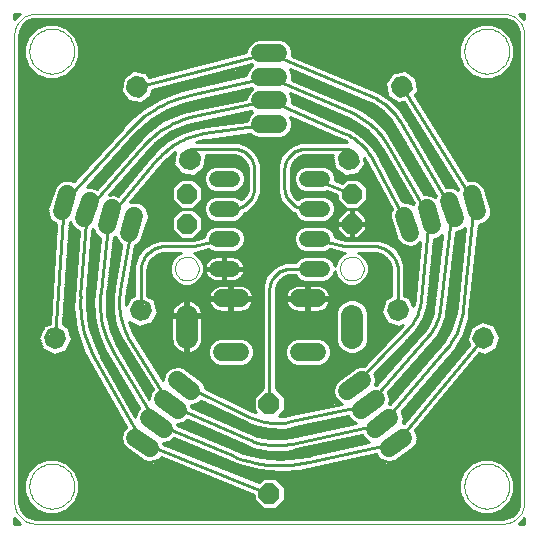
<source format=gbl>
G75*
G70*
%OFA0B0*%
%FSLAX24Y24*%
%IPPOS*%
%LPD*%
%AMOC8*
5,1,8,0,0,1.08239X$1,22.5*
%
%ADD10C,0.0000*%
%ADD11C,0.0594*%
%ADD12C,0.0140*%
%ADD13OC8,0.0700*%
%ADD14C,0.0600*%
%ADD15C,0.0520*%
%ADD16C,0.0740*%
%ADD17OC8,0.0660*%
%ADD18C,0.0100*%
D10*
X000150Y000857D02*
X000150Y016443D01*
X000152Y016493D01*
X000157Y016544D01*
X000166Y016593D01*
X000179Y016642D01*
X000195Y016690D01*
X000214Y016737D01*
X000236Y016782D01*
X000262Y016825D01*
X000291Y016867D01*
X000323Y016906D01*
X000357Y016943D01*
X000394Y016977D01*
X000433Y017009D01*
X000475Y017038D01*
X000518Y017064D01*
X000563Y017086D01*
X000610Y017105D01*
X000658Y017121D01*
X000707Y017134D01*
X000756Y017143D01*
X000807Y017148D01*
X000857Y017150D01*
X016443Y017150D01*
X016493Y017148D01*
X016544Y017143D01*
X016593Y017134D01*
X016642Y017121D01*
X016690Y017105D01*
X016737Y017086D01*
X016782Y017064D01*
X016825Y017038D01*
X016867Y017009D01*
X016906Y016977D01*
X016943Y016943D01*
X016977Y016906D01*
X017009Y016867D01*
X017038Y016825D01*
X017064Y016782D01*
X017086Y016737D01*
X017105Y016690D01*
X017121Y016642D01*
X017134Y016593D01*
X017143Y016544D01*
X017148Y016493D01*
X017150Y016443D01*
X017150Y000857D01*
X017148Y000807D01*
X017143Y000756D01*
X017134Y000707D01*
X017121Y000658D01*
X017105Y000610D01*
X017086Y000563D01*
X017064Y000518D01*
X017038Y000475D01*
X017009Y000433D01*
X016977Y000394D01*
X016943Y000357D01*
X016906Y000323D01*
X016867Y000291D01*
X016825Y000262D01*
X016782Y000236D01*
X016737Y000214D01*
X016690Y000195D01*
X016642Y000179D01*
X016593Y000166D01*
X016544Y000157D01*
X016493Y000152D01*
X016443Y000150D01*
X000857Y000150D01*
X000807Y000152D01*
X000756Y000157D01*
X000707Y000166D01*
X000658Y000179D01*
X000610Y000195D01*
X000563Y000214D01*
X000518Y000236D01*
X000475Y000262D01*
X000433Y000291D01*
X000394Y000323D01*
X000357Y000357D01*
X000323Y000394D01*
X000291Y000433D01*
X000262Y000475D01*
X000236Y000518D01*
X000214Y000563D01*
X000195Y000610D01*
X000179Y000658D01*
X000166Y000707D01*
X000157Y000756D01*
X000152Y000807D01*
X000150Y000857D01*
X000652Y001400D02*
X000654Y001455D01*
X000660Y001509D01*
X000670Y001563D01*
X000684Y001615D01*
X000701Y001667D01*
X000723Y001717D01*
X000748Y001766D01*
X000776Y001813D01*
X000808Y001857D01*
X000843Y001899D01*
X000881Y001938D01*
X000922Y001975D01*
X000965Y002008D01*
X001010Y002038D01*
X001058Y002065D01*
X001107Y002088D01*
X001158Y002108D01*
X001211Y002124D01*
X001264Y002136D01*
X001318Y002144D01*
X001373Y002148D01*
X001427Y002148D01*
X001482Y002144D01*
X001536Y002136D01*
X001589Y002124D01*
X001642Y002108D01*
X001693Y002088D01*
X001742Y002065D01*
X001790Y002038D01*
X001835Y002008D01*
X001878Y001975D01*
X001919Y001938D01*
X001957Y001899D01*
X001992Y001857D01*
X002024Y001813D01*
X002052Y001766D01*
X002077Y001717D01*
X002099Y001667D01*
X002116Y001615D01*
X002130Y001563D01*
X002140Y001509D01*
X002146Y001455D01*
X002148Y001400D01*
X002146Y001345D01*
X002140Y001291D01*
X002130Y001237D01*
X002116Y001185D01*
X002099Y001133D01*
X002077Y001083D01*
X002052Y001034D01*
X002024Y000987D01*
X001992Y000943D01*
X001957Y000901D01*
X001919Y000862D01*
X001878Y000825D01*
X001835Y000792D01*
X001790Y000762D01*
X001742Y000735D01*
X001693Y000712D01*
X001642Y000692D01*
X001589Y000676D01*
X001536Y000664D01*
X001482Y000656D01*
X001427Y000652D01*
X001373Y000652D01*
X001318Y000656D01*
X001264Y000664D01*
X001211Y000676D01*
X001158Y000692D01*
X001107Y000712D01*
X001058Y000735D01*
X001010Y000762D01*
X000965Y000792D01*
X000922Y000825D01*
X000881Y000862D01*
X000843Y000901D01*
X000808Y000943D01*
X000776Y000987D01*
X000748Y001034D01*
X000723Y001083D01*
X000701Y001133D01*
X000684Y001185D01*
X000670Y001237D01*
X000660Y001291D01*
X000654Y001345D01*
X000652Y001400D01*
X005506Y008650D02*
X005508Y008689D01*
X005514Y008728D01*
X005524Y008766D01*
X005537Y008803D01*
X005554Y008838D01*
X005574Y008872D01*
X005598Y008903D01*
X005625Y008932D01*
X005654Y008958D01*
X005686Y008981D01*
X005720Y009001D01*
X005756Y009017D01*
X005793Y009029D01*
X005832Y009038D01*
X005871Y009043D01*
X005910Y009044D01*
X005949Y009041D01*
X005988Y009034D01*
X006025Y009023D01*
X006062Y009009D01*
X006097Y008991D01*
X006130Y008970D01*
X006161Y008945D01*
X006189Y008918D01*
X006214Y008888D01*
X006236Y008855D01*
X006255Y008821D01*
X006270Y008785D01*
X006282Y008747D01*
X006290Y008709D01*
X006294Y008670D01*
X006294Y008630D01*
X006290Y008591D01*
X006282Y008553D01*
X006270Y008515D01*
X006255Y008479D01*
X006236Y008445D01*
X006214Y008412D01*
X006189Y008382D01*
X006161Y008355D01*
X006130Y008330D01*
X006097Y008309D01*
X006062Y008291D01*
X006025Y008277D01*
X005988Y008266D01*
X005949Y008259D01*
X005910Y008256D01*
X005871Y008257D01*
X005832Y008262D01*
X005793Y008271D01*
X005756Y008283D01*
X005720Y008299D01*
X005686Y008319D01*
X005654Y008342D01*
X005625Y008368D01*
X005598Y008397D01*
X005574Y008428D01*
X005554Y008462D01*
X005537Y008497D01*
X005524Y008534D01*
X005514Y008572D01*
X005508Y008611D01*
X005506Y008650D01*
X011006Y008650D02*
X011008Y008689D01*
X011014Y008728D01*
X011024Y008766D01*
X011037Y008803D01*
X011054Y008838D01*
X011074Y008872D01*
X011098Y008903D01*
X011125Y008932D01*
X011154Y008958D01*
X011186Y008981D01*
X011220Y009001D01*
X011256Y009017D01*
X011293Y009029D01*
X011332Y009038D01*
X011371Y009043D01*
X011410Y009044D01*
X011449Y009041D01*
X011488Y009034D01*
X011525Y009023D01*
X011562Y009009D01*
X011597Y008991D01*
X011630Y008970D01*
X011661Y008945D01*
X011689Y008918D01*
X011714Y008888D01*
X011736Y008855D01*
X011755Y008821D01*
X011770Y008785D01*
X011782Y008747D01*
X011790Y008709D01*
X011794Y008670D01*
X011794Y008630D01*
X011790Y008591D01*
X011782Y008553D01*
X011770Y008515D01*
X011755Y008479D01*
X011736Y008445D01*
X011714Y008412D01*
X011689Y008382D01*
X011661Y008355D01*
X011630Y008330D01*
X011597Y008309D01*
X011562Y008291D01*
X011525Y008277D01*
X011488Y008266D01*
X011449Y008259D01*
X011410Y008256D01*
X011371Y008257D01*
X011332Y008262D01*
X011293Y008271D01*
X011256Y008283D01*
X011220Y008299D01*
X011186Y008319D01*
X011154Y008342D01*
X011125Y008368D01*
X011098Y008397D01*
X011074Y008428D01*
X011054Y008462D01*
X011037Y008497D01*
X011024Y008534D01*
X011014Y008572D01*
X011008Y008611D01*
X011006Y008650D01*
X015152Y015900D02*
X015154Y015955D01*
X015160Y016009D01*
X015170Y016063D01*
X015184Y016115D01*
X015201Y016167D01*
X015223Y016217D01*
X015248Y016266D01*
X015276Y016313D01*
X015308Y016357D01*
X015343Y016399D01*
X015381Y016438D01*
X015422Y016475D01*
X015465Y016508D01*
X015510Y016538D01*
X015558Y016565D01*
X015607Y016588D01*
X015658Y016608D01*
X015711Y016624D01*
X015764Y016636D01*
X015818Y016644D01*
X015873Y016648D01*
X015927Y016648D01*
X015982Y016644D01*
X016036Y016636D01*
X016089Y016624D01*
X016142Y016608D01*
X016193Y016588D01*
X016242Y016565D01*
X016290Y016538D01*
X016335Y016508D01*
X016378Y016475D01*
X016419Y016438D01*
X016457Y016399D01*
X016492Y016357D01*
X016524Y016313D01*
X016552Y016266D01*
X016577Y016217D01*
X016599Y016167D01*
X016616Y016115D01*
X016630Y016063D01*
X016640Y016009D01*
X016646Y015955D01*
X016648Y015900D01*
X016646Y015845D01*
X016640Y015791D01*
X016630Y015737D01*
X016616Y015685D01*
X016599Y015633D01*
X016577Y015583D01*
X016552Y015534D01*
X016524Y015487D01*
X016492Y015443D01*
X016457Y015401D01*
X016419Y015362D01*
X016378Y015325D01*
X016335Y015292D01*
X016290Y015262D01*
X016242Y015235D01*
X016193Y015212D01*
X016142Y015192D01*
X016089Y015176D01*
X016036Y015164D01*
X015982Y015156D01*
X015927Y015152D01*
X015873Y015152D01*
X015818Y015156D01*
X015764Y015164D01*
X015711Y015176D01*
X015658Y015192D01*
X015607Y015212D01*
X015558Y015235D01*
X015510Y015262D01*
X015465Y015292D01*
X015422Y015325D01*
X015381Y015362D01*
X015343Y015401D01*
X015308Y015443D01*
X015276Y015487D01*
X015248Y015534D01*
X015223Y015583D01*
X015201Y015633D01*
X015184Y015685D01*
X015170Y015737D01*
X015160Y015791D01*
X015154Y015845D01*
X015152Y015900D01*
X000652Y015900D02*
X000654Y015955D01*
X000660Y016009D01*
X000670Y016063D01*
X000684Y016115D01*
X000701Y016167D01*
X000723Y016217D01*
X000748Y016266D01*
X000776Y016313D01*
X000808Y016357D01*
X000843Y016399D01*
X000881Y016438D01*
X000922Y016475D01*
X000965Y016508D01*
X001010Y016538D01*
X001058Y016565D01*
X001107Y016588D01*
X001158Y016608D01*
X001211Y016624D01*
X001264Y016636D01*
X001318Y016644D01*
X001373Y016648D01*
X001427Y016648D01*
X001482Y016644D01*
X001536Y016636D01*
X001589Y016624D01*
X001642Y016608D01*
X001693Y016588D01*
X001742Y016565D01*
X001790Y016538D01*
X001835Y016508D01*
X001878Y016475D01*
X001919Y016438D01*
X001957Y016399D01*
X001992Y016357D01*
X002024Y016313D01*
X002052Y016266D01*
X002077Y016217D01*
X002099Y016167D01*
X002116Y016115D01*
X002130Y016063D01*
X002140Y016009D01*
X002146Y015955D01*
X002148Y015900D01*
X002146Y015845D01*
X002140Y015791D01*
X002130Y015737D01*
X002116Y015685D01*
X002099Y015633D01*
X002077Y015583D01*
X002052Y015534D01*
X002024Y015487D01*
X001992Y015443D01*
X001957Y015401D01*
X001919Y015362D01*
X001878Y015325D01*
X001835Y015292D01*
X001790Y015262D01*
X001742Y015235D01*
X001693Y015212D01*
X001642Y015192D01*
X001589Y015176D01*
X001536Y015164D01*
X001482Y015156D01*
X001427Y015152D01*
X001373Y015152D01*
X001318Y015156D01*
X001264Y015164D01*
X001211Y015176D01*
X001158Y015192D01*
X001107Y015212D01*
X001058Y015235D01*
X001010Y015262D01*
X000965Y015292D01*
X000922Y015325D01*
X000881Y015362D01*
X000843Y015401D01*
X000808Y015443D01*
X000776Y015487D01*
X000748Y015534D01*
X000723Y015583D01*
X000701Y015633D01*
X000684Y015685D01*
X000670Y015737D01*
X000660Y015791D01*
X000654Y015845D01*
X000652Y015900D01*
X015152Y001400D02*
X015154Y001455D01*
X015160Y001509D01*
X015170Y001563D01*
X015184Y001615D01*
X015201Y001667D01*
X015223Y001717D01*
X015248Y001766D01*
X015276Y001813D01*
X015308Y001857D01*
X015343Y001899D01*
X015381Y001938D01*
X015422Y001975D01*
X015465Y002008D01*
X015510Y002038D01*
X015558Y002065D01*
X015607Y002088D01*
X015658Y002108D01*
X015711Y002124D01*
X015764Y002136D01*
X015818Y002144D01*
X015873Y002148D01*
X015927Y002148D01*
X015982Y002144D01*
X016036Y002136D01*
X016089Y002124D01*
X016142Y002108D01*
X016193Y002088D01*
X016242Y002065D01*
X016290Y002038D01*
X016335Y002008D01*
X016378Y001975D01*
X016419Y001938D01*
X016457Y001899D01*
X016492Y001857D01*
X016524Y001813D01*
X016552Y001766D01*
X016577Y001717D01*
X016599Y001667D01*
X016616Y001615D01*
X016630Y001563D01*
X016640Y001509D01*
X016646Y001455D01*
X016648Y001400D01*
X016646Y001345D01*
X016640Y001291D01*
X016630Y001237D01*
X016616Y001185D01*
X016599Y001133D01*
X016577Y001083D01*
X016552Y001034D01*
X016524Y000987D01*
X016492Y000943D01*
X016457Y000901D01*
X016419Y000862D01*
X016378Y000825D01*
X016335Y000792D01*
X016290Y000762D01*
X016242Y000735D01*
X016193Y000712D01*
X016142Y000692D01*
X016089Y000676D01*
X016036Y000664D01*
X015982Y000656D01*
X015927Y000652D01*
X015873Y000652D01*
X015818Y000656D01*
X015764Y000664D01*
X015711Y000676D01*
X015658Y000692D01*
X015607Y000712D01*
X015558Y000735D01*
X015510Y000762D01*
X015465Y000792D01*
X015422Y000825D01*
X015381Y000862D01*
X015343Y000901D01*
X015308Y000943D01*
X015276Y000987D01*
X015248Y001034D01*
X015223Y001083D01*
X015201Y001133D01*
X015184Y001185D01*
X015170Y001237D01*
X015160Y001291D01*
X015154Y001345D01*
X015152Y001400D01*
D11*
X013114Y003019D02*
X012634Y002670D01*
X012171Y003307D02*
X012652Y003656D01*
X012189Y004293D02*
X011708Y003944D01*
X011246Y004581D02*
X011726Y004930D01*
X013328Y009853D02*
X013145Y010417D01*
X013894Y010661D02*
X014077Y010096D01*
X014826Y010339D02*
X014643Y010904D01*
X015392Y011147D02*
X015575Y010583D01*
X008947Y013469D02*
X008353Y013469D01*
X008353Y014256D02*
X008947Y014256D01*
X008947Y015044D02*
X008353Y015044D01*
X008353Y015831D02*
X008947Y015831D01*
X004155Y010417D02*
X003972Y009853D01*
X003223Y010096D02*
X003406Y010661D01*
X002657Y010904D02*
X002474Y010339D01*
X001725Y010583D02*
X001908Y011147D01*
X005574Y004930D02*
X006054Y004581D01*
X005592Y003944D02*
X005111Y004293D01*
X004648Y003656D02*
X005129Y003307D01*
X004666Y002670D02*
X004186Y003019D01*
D12*
X001282Y006288D02*
X001212Y006358D01*
X001318Y006566D01*
X001535Y006637D01*
X001743Y006531D01*
X001814Y006314D01*
X001708Y006106D01*
X001491Y006035D01*
X001283Y006141D01*
X001212Y006358D01*
X001325Y006350D01*
X001391Y006480D01*
X001527Y006524D01*
X001657Y006458D01*
X001701Y006322D01*
X001635Y006192D01*
X001499Y006148D01*
X001369Y006214D01*
X001325Y006350D01*
X001438Y006340D01*
X001465Y006393D01*
X001517Y006411D01*
X001570Y006384D01*
X001588Y006332D01*
X001561Y006279D01*
X001509Y006261D01*
X001456Y006288D01*
X001438Y006340D01*
X004136Y007216D02*
X004066Y007286D01*
X004172Y007494D01*
X004389Y007565D01*
X004597Y007459D01*
X004668Y007242D01*
X004562Y007034D01*
X004345Y006963D01*
X004137Y007069D01*
X004066Y007286D01*
X004179Y007278D01*
X004245Y007408D01*
X004381Y007452D01*
X004511Y007386D01*
X004555Y007250D01*
X004489Y007120D01*
X004353Y007076D01*
X004223Y007142D01*
X004179Y007278D01*
X004292Y007268D01*
X004319Y007321D01*
X004371Y007339D01*
X004424Y007312D01*
X004442Y007260D01*
X004415Y007207D01*
X004363Y007189D01*
X004310Y007216D01*
X004292Y007268D01*
X006001Y012510D02*
X005931Y012580D01*
X006160Y012543D01*
X006296Y012357D01*
X006259Y012128D01*
X006073Y011992D01*
X005844Y012029D01*
X005708Y012215D01*
X005745Y012444D01*
X005931Y012580D01*
X005958Y012469D01*
X006101Y012447D01*
X006185Y012330D01*
X006163Y012187D01*
X006046Y012103D01*
X005903Y012125D01*
X005819Y012242D01*
X005841Y012385D01*
X005958Y012469D01*
X005984Y012359D01*
X006042Y012349D01*
X006075Y012304D01*
X006065Y012246D01*
X006020Y012213D01*
X005962Y012223D01*
X005929Y012268D01*
X005939Y012326D01*
X005984Y012359D01*
X004237Y014938D02*
X004167Y015008D01*
X004396Y014971D01*
X004532Y014785D01*
X004495Y014556D01*
X004309Y014420D01*
X004080Y014457D01*
X003944Y014643D01*
X003981Y014872D01*
X004167Y015008D01*
X004194Y014897D01*
X004337Y014875D01*
X004421Y014758D01*
X004399Y014615D01*
X004282Y014531D01*
X004139Y014553D01*
X004055Y014670D01*
X004077Y014813D01*
X004194Y014897D01*
X004220Y014787D01*
X004278Y014777D01*
X004311Y014732D01*
X004301Y014674D01*
X004256Y014641D01*
X004198Y014651D01*
X004165Y014696D01*
X004175Y014754D01*
X004220Y014787D01*
X011485Y012374D02*
X011555Y012444D01*
X011592Y012215D01*
X011456Y012029D01*
X011227Y011992D01*
X011041Y012128D01*
X011004Y012357D01*
X011140Y012543D01*
X011369Y012580D01*
X011555Y012444D01*
X011459Y012385D01*
X011481Y012242D01*
X011397Y012125D01*
X011254Y012103D01*
X011137Y012187D01*
X011115Y012330D01*
X011199Y012447D01*
X011342Y012469D01*
X011459Y012385D01*
X011361Y012326D01*
X011371Y012268D01*
X011338Y012223D01*
X011280Y012213D01*
X011235Y012246D01*
X011225Y012304D01*
X011258Y012349D01*
X011316Y012359D01*
X011361Y012326D01*
X013249Y014802D02*
X013319Y014872D01*
X013356Y014643D01*
X013220Y014457D01*
X012991Y014420D01*
X012805Y014556D01*
X012768Y014785D01*
X012904Y014971D01*
X013133Y015008D01*
X013319Y014872D01*
X013223Y014813D01*
X013245Y014670D01*
X013161Y014553D01*
X013018Y014531D01*
X012901Y014615D01*
X012879Y014758D01*
X012963Y014875D01*
X013106Y014897D01*
X013223Y014813D01*
X013125Y014754D01*
X013135Y014696D01*
X013102Y014651D01*
X013044Y014641D01*
X012999Y014674D01*
X012989Y014732D01*
X013022Y014777D01*
X013080Y014787D01*
X013125Y014754D01*
X012773Y007389D02*
X012703Y007459D01*
X012911Y007565D01*
X013128Y007494D01*
X013234Y007286D01*
X013163Y007069D01*
X012955Y006963D01*
X012738Y007034D01*
X012632Y007242D01*
X012703Y007459D01*
X012789Y007386D01*
X012919Y007452D01*
X013055Y007408D01*
X013121Y007278D01*
X013077Y007142D01*
X012947Y007076D01*
X012811Y007120D01*
X012745Y007250D01*
X012789Y007386D01*
X012876Y007312D01*
X012929Y007339D01*
X012981Y007321D01*
X013008Y007268D01*
X012990Y007216D01*
X012937Y007189D01*
X012885Y007207D01*
X012858Y007260D01*
X012876Y007312D01*
X015627Y006461D02*
X015557Y006531D01*
X015765Y006637D01*
X015982Y006566D01*
X016088Y006358D01*
X016017Y006141D01*
X015809Y006035D01*
X015592Y006106D01*
X015486Y006314D01*
X015557Y006531D01*
X015643Y006458D01*
X015773Y006524D01*
X015909Y006480D01*
X015975Y006350D01*
X015931Y006214D01*
X015801Y006148D01*
X015665Y006192D01*
X015599Y006322D01*
X015643Y006458D01*
X015730Y006384D01*
X015783Y006411D01*
X015835Y006393D01*
X015862Y006340D01*
X015844Y006288D01*
X015791Y006261D01*
X015739Y006279D01*
X015712Y006332D01*
X015730Y006384D01*
D13*
X008650Y004150D03*
X008650Y001150D03*
D14*
X007670Y005885D02*
X007070Y005885D01*
X007070Y007665D02*
X007670Y007665D01*
X009630Y007665D02*
X010230Y007665D01*
X010230Y005885D02*
X009630Y005885D01*
D15*
X009890Y008650D02*
X010410Y008650D01*
X010410Y009650D02*
X009890Y009650D01*
X009890Y010650D02*
X010410Y010650D01*
X010410Y011650D02*
X009890Y011650D01*
X007410Y011650D02*
X006890Y011650D01*
X006890Y010650D02*
X007410Y010650D01*
X007410Y009650D02*
X006890Y009650D01*
X006890Y008650D02*
X007410Y008650D01*
D16*
X005900Y007088D02*
X005900Y006348D01*
X011400Y006348D02*
X011400Y007088D01*
D17*
X011400Y010150D03*
X011400Y011150D03*
X005900Y011150D03*
X005900Y010150D03*
D18*
X000324Y000150D02*
X000150Y000150D01*
X000324Y000150D01*
X000150Y000324D01*
X000150Y000150D01*
X000150Y000249D02*
X000225Y000249D01*
X000425Y000544D02*
X001069Y000544D01*
X001217Y000483D02*
X001583Y000483D01*
X001920Y000622D01*
X002178Y000880D01*
X002317Y001217D01*
X002317Y001583D01*
X002178Y001920D01*
X001920Y002178D01*
X001583Y002317D01*
X001584Y002317D02*
X004358Y002317D01*
X004467Y002238D02*
X004647Y002194D01*
X004831Y002223D01*
X004989Y002320D01*
X005023Y002368D01*
X008130Y001122D01*
X008130Y000935D01*
X008435Y000630D01*
X008865Y000630D01*
X009170Y000935D01*
X009170Y001365D01*
X008865Y001670D01*
X008435Y001670D01*
X008294Y001530D01*
X005117Y002804D01*
X005113Y002832D01*
X005293Y002860D01*
X005452Y002957D01*
X005479Y002995D01*
X007227Y002260D01*
X007309Y002225D01*
X007629Y002090D01*
X007629Y002090D01*
X008303Y001923D01*
X007314Y001923D01*
X007559Y001825D02*
X015083Y001825D01*
X015122Y001920D02*
X014983Y001583D01*
X014983Y001217D01*
X015122Y000880D01*
X015380Y000622D01*
X015717Y000483D01*
X016083Y000483D01*
X016420Y000622D01*
X016678Y000880D01*
X016817Y001217D01*
X016817Y001583D01*
X016678Y001920D01*
X016420Y002178D01*
X016083Y002317D01*
X016084Y002317D02*
X016980Y002317D01*
X016980Y002219D02*
X016321Y002219D01*
X016478Y002120D02*
X016980Y002120D01*
X016980Y002022D02*
X016576Y002022D01*
X016675Y001923D02*
X016980Y001923D01*
X016980Y001825D02*
X016717Y001825D01*
X016758Y001726D02*
X016980Y001726D01*
X016980Y001628D02*
X016799Y001628D01*
X016817Y001529D02*
X016980Y001529D01*
X016980Y001431D02*
X016817Y001431D01*
X016817Y001332D02*
X016980Y001332D01*
X016980Y001234D02*
X016817Y001234D01*
X016783Y001135D02*
X016980Y001135D01*
X016980Y001037D02*
X016743Y001037D01*
X016702Y000938D02*
X016980Y000938D01*
X016980Y000857D02*
X016970Y000752D01*
X016889Y000559D01*
X016741Y000411D01*
X016548Y000330D01*
X016443Y000320D01*
X000857Y000320D01*
X000752Y000330D01*
X000559Y000411D01*
X000411Y000559D01*
X000330Y000752D01*
X000320Y000857D01*
X000320Y016443D01*
X000330Y016548D01*
X000411Y016741D01*
X000559Y016889D01*
X000752Y016970D01*
X000857Y016980D01*
X016443Y016980D01*
X016548Y016970D01*
X016741Y016889D01*
X016889Y016741D01*
X016970Y016548D01*
X016980Y016443D01*
X016980Y000857D01*
X016978Y000840D02*
X016637Y000840D01*
X016539Y000741D02*
X016965Y000741D01*
X016924Y000643D02*
X016440Y000643D01*
X016588Y000347D02*
X000712Y000347D01*
X000524Y000446D02*
X016776Y000446D01*
X016875Y000544D02*
X016231Y000544D01*
X015569Y000544D02*
X001731Y000544D01*
X001940Y000643D02*
X008422Y000643D01*
X008324Y000741D02*
X002039Y000741D01*
X002137Y000840D02*
X008225Y000840D01*
X008130Y000938D02*
X002202Y000938D01*
X002243Y001037D02*
X008130Y001037D01*
X008096Y001135D02*
X002283Y001135D01*
X002317Y001234D02*
X007851Y001234D01*
X007605Y001332D02*
X002317Y001332D01*
X002317Y001431D02*
X007360Y001431D01*
X007114Y001529D02*
X002317Y001529D01*
X002299Y001628D02*
X006869Y001628D01*
X006623Y001726D02*
X002258Y001726D01*
X002217Y001825D02*
X006378Y001825D01*
X006132Y001923D02*
X002175Y001923D01*
X002076Y002022D02*
X005886Y002022D01*
X005641Y002120D02*
X001978Y002120D01*
X001821Y002219D02*
X004547Y002219D01*
X004467Y002238D02*
X003836Y002696D01*
X003739Y002854D01*
X003710Y003038D01*
X003753Y003218D01*
X003863Y003368D01*
X003873Y003375D01*
X002581Y005661D01*
X002581Y005661D01*
X002439Y005913D01*
X002439Y005913D01*
X002201Y006633D01*
X002201Y006633D01*
X002108Y007387D01*
X002108Y007387D01*
X002129Y007675D01*
X002129Y007675D01*
X002293Y009907D01*
X002241Y009924D01*
X002100Y010045D01*
X002017Y010208D01*
X001992Y010195D01*
X001764Y006792D01*
X001941Y006702D01*
X002075Y006292D01*
X001879Y005908D01*
X001469Y005775D01*
X001085Y005971D01*
X000952Y006381D01*
X001148Y006764D01*
X001325Y006822D01*
X001548Y010149D01*
X001492Y010167D01*
X001351Y010288D01*
X001267Y010453D01*
X001252Y010639D01*
X001493Y011380D01*
X001614Y011521D01*
X001779Y011605D01*
X001964Y011620D01*
X002141Y011563D01*
X002145Y011559D01*
X003760Y013352D01*
X003774Y013367D01*
X003988Y013605D01*
X003988Y013605D01*
X004485Y014011D01*
X004485Y014011D01*
X005038Y014336D01*
X005038Y014336D01*
X005633Y014574D01*
X005633Y014574D01*
X005857Y014625D01*
X005857Y014625D01*
X007886Y015093D01*
X007886Y015137D01*
X007957Y015308D01*
X008087Y015437D01*
X008067Y015457D01*
X004749Y014616D01*
X004718Y014419D01*
X004370Y014166D01*
X003944Y014234D01*
X003691Y014582D01*
X003758Y015008D01*
X004107Y015261D01*
X004532Y015193D01*
X004642Y015043D01*
X007886Y015865D01*
X007886Y015924D01*
X007957Y016096D01*
X008089Y016227D01*
X008260Y016298D01*
X009040Y016298D01*
X009211Y016227D01*
X009343Y016096D01*
X009414Y015924D01*
X009414Y015749D01*
X012194Y014580D01*
X012194Y014580D01*
X012333Y014522D01*
X012731Y014243D01*
X012731Y014243D01*
X013061Y013887D01*
X013185Y013678D01*
X013185Y013678D01*
X013231Y013599D01*
X013231Y013599D01*
X014551Y011365D01*
X014587Y011377D01*
X014772Y011362D01*
X014935Y011279D01*
X014947Y011304D01*
X013127Y014197D01*
X012930Y014166D01*
X012582Y014419D01*
X012514Y014845D01*
X012768Y015193D01*
X013193Y015261D01*
X013542Y015008D01*
X013609Y014582D01*
X013499Y014431D01*
X015280Y011602D01*
X015336Y011620D01*
X015521Y011605D01*
X015686Y011521D01*
X015807Y011380D01*
X016048Y010639D01*
X016033Y010453D01*
X015949Y010288D01*
X015808Y010167D01*
X015631Y010110D01*
X015625Y010110D01*
X015317Y007195D01*
X015297Y007009D01*
X015297Y007009D01*
X015130Y006480D01*
X015130Y006480D01*
X014859Y005995D01*
X014859Y005995D01*
X014738Y005853D01*
X014738Y005853D01*
X013056Y003894D01*
X013084Y003855D01*
X013127Y003675D01*
X013099Y003494D01*
X013126Y003490D01*
X015316Y006115D01*
X015225Y006292D01*
X015359Y006702D01*
X015742Y006898D01*
X016152Y006764D01*
X016348Y006381D01*
X016215Y005971D01*
X015831Y005775D01*
X015653Y005833D01*
X013512Y003266D01*
X013547Y003218D01*
X013590Y003038D01*
X013561Y002854D01*
X013464Y002696D01*
X012833Y002238D01*
X012653Y002194D01*
X012469Y002223D01*
X012311Y002320D01*
X012203Y002469D01*
X009938Y001963D01*
X009938Y001963D01*
X009688Y001907D01*
X009688Y001907D01*
X008995Y001861D01*
X008995Y001861D01*
X008303Y001923D01*
X008303Y001923D01*
X008392Y001628D02*
X008051Y001628D01*
X007805Y001726D02*
X015042Y001726D01*
X015001Y001628D02*
X008908Y001628D01*
X009006Y001529D02*
X014983Y001529D01*
X014983Y001431D02*
X009105Y001431D01*
X009170Y001332D02*
X014983Y001332D01*
X014983Y001234D02*
X009170Y001234D01*
X009170Y001135D02*
X015017Y001135D01*
X015057Y001037D02*
X009170Y001037D01*
X009170Y000938D02*
X015098Y000938D01*
X015163Y000840D02*
X009075Y000840D01*
X008976Y000741D02*
X015261Y000741D01*
X015360Y000643D02*
X008878Y000643D01*
X008650Y001150D02*
X004426Y002844D01*
X002817Y005690D01*
X002634Y005568D02*
X000320Y005568D01*
X000320Y005666D02*
X002578Y005666D01*
X002523Y005765D02*
X000320Y005765D01*
X000320Y005863D02*
X001297Y005863D01*
X001104Y005962D02*
X000320Y005962D01*
X000320Y006060D02*
X001056Y006060D01*
X001024Y006159D02*
X000320Y006159D01*
X000320Y006257D02*
X000992Y006257D01*
X000960Y006356D02*
X000320Y006356D01*
X000320Y006454D02*
X000990Y006454D01*
X001040Y006553D02*
X000320Y006553D01*
X000320Y006651D02*
X001090Y006651D01*
X001140Y006750D02*
X000320Y006750D01*
X000320Y006848D02*
X001327Y006848D01*
X001334Y006947D02*
X000320Y006947D01*
X000320Y007045D02*
X001340Y007045D01*
X001347Y007144D02*
X000320Y007144D01*
X000320Y007242D02*
X001354Y007242D01*
X001360Y007341D02*
X000320Y007341D01*
X000320Y007439D02*
X001367Y007439D01*
X001373Y007538D02*
X000320Y007538D01*
X000320Y007636D02*
X001380Y007636D01*
X001387Y007735D02*
X000320Y007735D01*
X000320Y007833D02*
X001393Y007833D01*
X001400Y007932D02*
X000320Y007932D01*
X000320Y008030D02*
X001406Y008030D01*
X001413Y008129D02*
X000320Y008129D01*
X000320Y008227D02*
X001420Y008227D01*
X001426Y008326D02*
X000320Y008326D01*
X000320Y008424D02*
X001433Y008424D01*
X001439Y008523D02*
X000320Y008523D01*
X000320Y008621D02*
X001446Y008621D01*
X001453Y008720D02*
X000320Y008720D01*
X000320Y008818D02*
X001459Y008818D01*
X001466Y008917D02*
X000320Y008917D01*
X000320Y009015D02*
X001472Y009015D01*
X001479Y009114D02*
X000320Y009114D01*
X000320Y009212D02*
X001486Y009212D01*
X001492Y009311D02*
X000320Y009311D01*
X000320Y009409D02*
X001499Y009409D01*
X001505Y009508D02*
X000320Y009508D01*
X000320Y009606D02*
X001512Y009606D01*
X001518Y009705D02*
X000320Y009705D01*
X000320Y009803D02*
X001525Y009803D01*
X001532Y009902D02*
X000320Y009902D01*
X000320Y010000D02*
X001538Y010000D01*
X001545Y010099D02*
X000320Y010099D01*
X000320Y010197D02*
X001458Y010197D01*
X001347Y010296D02*
X000320Y010296D01*
X000320Y010394D02*
X001297Y010394D01*
X001264Y010493D02*
X000320Y010493D01*
X000320Y010591D02*
X001256Y010591D01*
X001269Y010690D02*
X000320Y010690D01*
X000320Y010788D02*
X001301Y010788D01*
X001333Y010887D02*
X000320Y010887D01*
X000320Y010985D02*
X001365Y010985D01*
X001397Y011084D02*
X000320Y011084D01*
X000320Y011182D02*
X001429Y011182D01*
X001461Y011281D02*
X000320Y011281D01*
X000320Y011379D02*
X001493Y011379D01*
X001577Y011478D02*
X000320Y011478D01*
X000320Y011576D02*
X001722Y011576D01*
X002100Y011576D02*
X002161Y011576D01*
X002250Y011675D02*
X000320Y011675D01*
X000320Y011773D02*
X002338Y011773D01*
X002427Y011872D02*
X000320Y011872D01*
X000320Y011970D02*
X002516Y011970D01*
X002604Y012069D02*
X000320Y012069D01*
X000320Y012167D02*
X002693Y012167D01*
X002782Y012266D02*
X000320Y012266D01*
X000320Y012364D02*
X002871Y012364D01*
X002959Y012463D02*
X000320Y012463D01*
X000320Y012561D02*
X003048Y012561D01*
X003137Y012660D02*
X000320Y012660D01*
X000320Y012758D02*
X003225Y012758D01*
X003314Y012857D02*
X000320Y012857D01*
X000320Y012955D02*
X003403Y012955D01*
X003492Y013054D02*
X000320Y013054D01*
X000320Y013152D02*
X003580Y013152D01*
X003669Y013251D02*
X000320Y013251D01*
X000320Y013349D02*
X003758Y013349D01*
X003846Y013448D02*
X000320Y013448D01*
X000320Y013546D02*
X003935Y013546D01*
X004037Y013645D02*
X000320Y013645D01*
X000320Y013743D02*
X004157Y013743D01*
X004278Y013842D02*
X000320Y013842D01*
X000320Y013940D02*
X004398Y013940D01*
X004532Y014039D02*
X000320Y014039D01*
X000320Y014137D02*
X004699Y014137D01*
X004867Y014236D02*
X004465Y014236D01*
X004601Y014334D02*
X005034Y014334D01*
X005279Y014433D02*
X004720Y014433D01*
X004736Y014531D02*
X005526Y014531D01*
X005580Y014827D02*
X006729Y014827D01*
X006747Y015122D02*
X007886Y015122D01*
X007921Y015221D02*
X007136Y015221D01*
X007157Y014925D02*
X005969Y014925D01*
X005875Y014630D02*
X004803Y014630D01*
X005191Y014728D02*
X006302Y014728D01*
X006358Y015024D02*
X007584Y015024D01*
X007524Y015319D02*
X007968Y015319D01*
X007913Y015418D02*
X008067Y015418D01*
X007886Y015910D02*
X002317Y015910D01*
X002317Y015812D02*
X007677Y015812D01*
X007921Y016009D02*
X002317Y016009D01*
X002317Y016083D02*
X002178Y016420D01*
X001920Y016678D01*
X001583Y016817D01*
X001217Y016817D01*
X000880Y016678D01*
X000622Y016420D01*
X000483Y016083D01*
X000483Y015717D01*
X000622Y015380D01*
X000880Y015122D01*
X001217Y014983D01*
X001583Y014983D01*
X001920Y015122D01*
X002178Y015380D01*
X002317Y015717D01*
X002317Y016083D01*
X002307Y016107D02*
X007969Y016107D01*
X008067Y016206D02*
X002267Y016206D01*
X002226Y016304D02*
X015074Y016304D01*
X015033Y016206D02*
X009233Y016206D01*
X009331Y016107D02*
X014993Y016107D01*
X014983Y016083D02*
X014983Y015717D01*
X015122Y015380D01*
X015380Y015122D01*
X015717Y014983D01*
X016083Y014983D01*
X016420Y015122D01*
X016678Y015380D01*
X016817Y015717D01*
X016817Y016083D01*
X016678Y016420D01*
X016420Y016678D01*
X016083Y016817D01*
X015717Y016817D01*
X015380Y016678D01*
X015122Y016420D01*
X014983Y016083D01*
X014983Y016009D02*
X009379Y016009D01*
X009414Y015910D02*
X014983Y015910D01*
X014983Y015812D02*
X009414Y015812D01*
X009499Y015713D02*
X014984Y015713D01*
X015025Y015615D02*
X009733Y015615D01*
X009967Y015516D02*
X015066Y015516D01*
X015107Y015418D02*
X010202Y015418D01*
X010436Y015319D02*
X015183Y015319D01*
X015282Y015221D02*
X013249Y015221D01*
X013384Y015122D02*
X015381Y015122D01*
X015618Y015024D02*
X013520Y015024D01*
X013555Y014925D02*
X016980Y014925D01*
X016980Y014827D02*
X013570Y014827D01*
X013586Y014728D02*
X016980Y014728D01*
X016980Y014630D02*
X013601Y014630D01*
X013572Y014531D02*
X016980Y014531D01*
X016980Y014433D02*
X013500Y014433D01*
X013560Y014334D02*
X016980Y014334D01*
X016980Y014236D02*
X013622Y014236D01*
X013684Y014137D02*
X016980Y014137D01*
X016980Y014039D02*
X013746Y014039D01*
X013808Y013940D02*
X016980Y013940D01*
X016980Y013842D02*
X013870Y013842D01*
X013932Y013743D02*
X016980Y013743D01*
X016980Y013645D02*
X013994Y013645D01*
X014056Y013546D02*
X016980Y013546D01*
X016980Y013448D02*
X014118Y013448D01*
X014180Y013349D02*
X016980Y013349D01*
X016980Y013251D02*
X014242Y013251D01*
X014304Y013152D02*
X016980Y013152D01*
X016980Y013054D02*
X014366Y013054D01*
X014428Y012955D02*
X016980Y012955D01*
X016980Y012857D02*
X014490Y012857D01*
X014552Y012758D02*
X016980Y012758D01*
X016980Y012660D02*
X014614Y012660D01*
X014676Y012561D02*
X016980Y012561D01*
X016980Y012463D02*
X014738Y012463D01*
X014800Y012364D02*
X016980Y012364D01*
X016980Y012266D02*
X014862Y012266D01*
X014924Y012167D02*
X016980Y012167D01*
X016980Y012069D02*
X014986Y012069D01*
X015048Y011970D02*
X016980Y011970D01*
X016980Y011872D02*
X015110Y011872D01*
X015172Y011773D02*
X016980Y011773D01*
X016980Y011675D02*
X015234Y011675D01*
X015578Y011576D02*
X016980Y011576D01*
X016980Y011478D02*
X015723Y011478D01*
X015807Y011379D02*
X016980Y011379D01*
X016980Y011281D02*
X015839Y011281D01*
X015871Y011182D02*
X016980Y011182D01*
X016980Y011084D02*
X015903Y011084D01*
X015935Y010985D02*
X016980Y010985D01*
X016980Y010887D02*
X015967Y010887D01*
X015999Y010788D02*
X016980Y010788D01*
X016980Y010690D02*
X016031Y010690D01*
X016044Y010591D02*
X016980Y010591D01*
X016980Y010493D02*
X016036Y010493D01*
X016003Y010394D02*
X016980Y010394D01*
X016980Y010296D02*
X015953Y010296D01*
X015842Y010197D02*
X016980Y010197D01*
X016980Y010099D02*
X015624Y010099D01*
X015613Y010000D02*
X016980Y010000D01*
X016980Y009902D02*
X015603Y009902D01*
X015592Y009803D02*
X016980Y009803D01*
X016980Y009705D02*
X015582Y009705D01*
X015572Y009606D02*
X016980Y009606D01*
X016980Y009508D02*
X015561Y009508D01*
X015551Y009409D02*
X016980Y009409D01*
X016980Y009311D02*
X015540Y009311D01*
X015530Y009212D02*
X016980Y009212D01*
X016980Y009114D02*
X015520Y009114D01*
X015509Y009015D02*
X016980Y009015D01*
X016980Y008917D02*
X015499Y008917D01*
X015488Y008818D02*
X016980Y008818D01*
X016980Y008720D02*
X015478Y008720D01*
X015468Y008621D02*
X016980Y008621D01*
X016980Y008523D02*
X015457Y008523D01*
X015447Y008424D02*
X016980Y008424D01*
X016980Y008326D02*
X015436Y008326D01*
X015426Y008227D02*
X016980Y008227D01*
X016980Y008129D02*
X015416Y008129D01*
X015405Y008030D02*
X016980Y008030D01*
X016980Y007932D02*
X015395Y007932D01*
X015384Y007833D02*
X016980Y007833D01*
X016980Y007735D02*
X015374Y007735D01*
X015364Y007636D02*
X016980Y007636D01*
X016980Y007538D02*
X015353Y007538D01*
X015343Y007439D02*
X016980Y007439D01*
X016980Y007341D02*
X015332Y007341D01*
X015322Y007242D02*
X016980Y007242D01*
X016980Y007144D02*
X015312Y007144D01*
X015301Y007045D02*
X016980Y007045D01*
X016980Y006947D02*
X015277Y006947D01*
X015246Y006848D02*
X015645Y006848D01*
X015452Y006750D02*
X015215Y006750D01*
X015184Y006651D02*
X015342Y006651D01*
X015310Y006553D02*
X015153Y006553D01*
X015115Y006454D02*
X015278Y006454D01*
X015246Y006356D02*
X015060Y006356D01*
X015006Y006257D02*
X015243Y006257D01*
X015294Y006159D02*
X014951Y006159D01*
X014896Y006060D02*
X015270Y006060D01*
X015187Y005962D02*
X014831Y005962D01*
X014747Y005863D02*
X015105Y005863D01*
X015023Y005765D02*
X014662Y005765D01*
X014577Y005666D02*
X014941Y005666D01*
X014859Y005568D02*
X014493Y005568D01*
X014408Y005469D02*
X014777Y005469D01*
X014694Y005371D02*
X014324Y005371D01*
X014239Y005272D02*
X014612Y005272D01*
X014530Y005174D02*
X014154Y005174D01*
X014070Y005075D02*
X014448Y005075D01*
X014366Y004977D02*
X013985Y004977D01*
X013901Y004878D02*
X014284Y004878D01*
X014202Y004780D02*
X013816Y004780D01*
X013731Y004681D02*
X014119Y004681D01*
X014037Y004583D02*
X013647Y004583D01*
X013562Y004484D02*
X013955Y004484D01*
X013873Y004386D02*
X013478Y004386D01*
X013393Y004287D02*
X013791Y004287D01*
X013709Y004189D02*
X013309Y004189D01*
X013224Y004090D02*
X013627Y004090D01*
X013544Y003992D02*
X013139Y003992D01*
X013056Y003893D02*
X013462Y003893D01*
X013380Y003795D02*
X013098Y003795D01*
X013122Y003696D02*
X013298Y003696D01*
X013216Y003598D02*
X013115Y003598D01*
X013099Y003499D02*
X013134Y003499D01*
X013542Y003302D02*
X016980Y003302D01*
X016980Y003204D02*
X013550Y003204D01*
X013574Y003105D02*
X016980Y003105D01*
X016980Y003007D02*
X013585Y003007D01*
X013569Y002908D02*
X016980Y002908D01*
X016980Y002810D02*
X013534Y002810D01*
X013473Y002711D02*
X016980Y002711D01*
X016980Y002613D02*
X013349Y002613D01*
X013214Y002514D02*
X016980Y002514D01*
X016980Y002416D02*
X013078Y002416D01*
X012942Y002317D02*
X015716Y002317D01*
X015717Y002317D02*
X015380Y002178D01*
X015122Y001920D01*
X015125Y001923D02*
X009761Y001923D01*
X009979Y002197D02*
X012874Y002844D01*
X015787Y006336D01*
X016260Y006553D02*
X016980Y006553D01*
X016980Y006651D02*
X016210Y006651D01*
X016160Y006750D02*
X016980Y006750D01*
X016980Y006848D02*
X015895Y006848D01*
X016310Y006454D02*
X016980Y006454D01*
X016980Y006356D02*
X016340Y006356D01*
X016308Y006257D02*
X016980Y006257D01*
X016980Y006159D02*
X016276Y006159D01*
X016244Y006060D02*
X016980Y006060D01*
X016980Y005962D02*
X016196Y005962D01*
X016003Y005863D02*
X016980Y005863D01*
X016980Y005765D02*
X015596Y005765D01*
X015514Y005666D02*
X016980Y005666D01*
X016980Y005568D02*
X015432Y005568D01*
X015350Y005469D02*
X016980Y005469D01*
X016980Y005371D02*
X015267Y005371D01*
X015185Y005272D02*
X016980Y005272D01*
X016980Y005174D02*
X015103Y005174D01*
X015021Y005075D02*
X016980Y005075D01*
X016980Y004977D02*
X014939Y004977D01*
X014857Y004878D02*
X016980Y004878D01*
X016980Y004780D02*
X014775Y004780D01*
X014692Y004681D02*
X016980Y004681D01*
X016980Y004583D02*
X014610Y004583D01*
X014528Y004484D02*
X016980Y004484D01*
X016980Y004386D02*
X014446Y004386D01*
X014364Y004287D02*
X016980Y004287D01*
X016980Y004189D02*
X014282Y004189D01*
X014199Y004090D02*
X016980Y004090D01*
X016980Y003992D02*
X014117Y003992D01*
X014035Y003893D02*
X016980Y003893D01*
X016980Y003795D02*
X013953Y003795D01*
X013871Y003696D02*
X016980Y003696D01*
X016980Y003598D02*
X013789Y003598D01*
X013707Y003499D02*
X016980Y003499D01*
X016980Y003401D02*
X013624Y003401D01*
X012729Y004189D02*
X012645Y004189D01*
X012636Y004131D02*
X012664Y004312D01*
X012621Y004492D01*
X012597Y004525D01*
X014165Y006316D01*
X014229Y006388D01*
X014414Y006713D01*
X014532Y007068D01*
X014532Y007068D01*
X014554Y007254D01*
X014565Y007345D01*
X014866Y009868D01*
X014882Y009867D01*
X015059Y009924D01*
X015173Y010022D01*
X014899Y007422D01*
X014899Y007422D01*
X014889Y007332D01*
X014853Y007102D01*
X014713Y006660D01*
X014487Y006254D01*
X014345Y006071D01*
X014298Y006016D01*
X014285Y006001D01*
X012674Y004125D01*
X012636Y004131D01*
X012660Y004287D02*
X012813Y004287D01*
X012898Y004386D02*
X012647Y004386D01*
X012623Y004484D02*
X012982Y004484D01*
X013067Y004583D02*
X012647Y004583D01*
X012734Y004681D02*
X013152Y004681D01*
X013236Y004780D02*
X012820Y004780D01*
X012906Y004878D02*
X013321Y004878D01*
X013405Y004977D02*
X012992Y004977D01*
X013079Y005075D02*
X013490Y005075D01*
X013574Y005174D02*
X013165Y005174D01*
X013251Y005272D02*
X013659Y005272D01*
X013744Y005371D02*
X013337Y005371D01*
X013424Y005469D02*
X013828Y005469D01*
X013913Y005568D02*
X013510Y005568D01*
X013596Y005666D02*
X013997Y005666D01*
X014082Y005765D02*
X013683Y005765D01*
X013769Y005863D02*
X014167Y005863D01*
X014251Y005962D02*
X013855Y005962D01*
X013941Y006060D02*
X014336Y006060D01*
X014285Y006001D02*
X014285Y006001D01*
X014413Y006159D02*
X014028Y006159D01*
X014114Y006257D02*
X014489Y006257D01*
X014543Y006356D02*
X014200Y006356D01*
X014229Y006388D02*
X014229Y006388D01*
X014266Y006454D02*
X014598Y006454D01*
X014653Y006553D02*
X014323Y006553D01*
X014379Y006651D02*
X014708Y006651D01*
X014741Y006750D02*
X014426Y006750D01*
X014414Y006713D02*
X014414Y006713D01*
X014459Y006848D02*
X014772Y006848D01*
X014804Y006947D02*
X014491Y006947D01*
X014524Y007045D02*
X014835Y007045D01*
X014859Y007144D02*
X014541Y007144D01*
X014552Y007242D02*
X014875Y007242D01*
X014890Y007341D02*
X014564Y007341D01*
X014576Y007439D02*
X014900Y007439D01*
X014911Y007538D02*
X014588Y007538D01*
X014599Y007636D02*
X014921Y007636D01*
X014932Y007735D02*
X014611Y007735D01*
X014623Y007833D02*
X014942Y007833D01*
X014952Y007932D02*
X014635Y007932D01*
X014646Y008030D02*
X014963Y008030D01*
X014973Y008129D02*
X014658Y008129D01*
X014670Y008227D02*
X014984Y008227D01*
X014994Y008326D02*
X014682Y008326D01*
X014694Y008424D02*
X015004Y008424D01*
X015015Y008523D02*
X014705Y008523D01*
X014717Y008621D02*
X015025Y008621D01*
X015036Y008720D02*
X014729Y008720D01*
X014741Y008818D02*
X015046Y008818D01*
X015056Y008917D02*
X014752Y008917D01*
X014764Y009015D02*
X015067Y009015D01*
X015077Y009114D02*
X014776Y009114D01*
X014788Y009212D02*
X015088Y009212D01*
X015098Y009311D02*
X014799Y009311D01*
X014811Y009409D02*
X015108Y009409D01*
X015119Y009508D02*
X014823Y009508D01*
X014835Y009606D02*
X015129Y009606D01*
X015140Y009705D02*
X014846Y009705D01*
X014858Y009803D02*
X015150Y009803D01*
X015160Y009902D02*
X014989Y009902D01*
X015148Y010000D02*
X015171Y010000D01*
X014734Y010622D02*
X014335Y007280D01*
X014117Y007306D02*
X014093Y007166D01*
X014004Y006896D01*
X013863Y006649D01*
X013774Y006537D01*
X012219Y004761D01*
X012173Y004768D01*
X012202Y004949D01*
X012158Y005129D01*
X012153Y005136D01*
X013469Y006516D01*
X013469Y006516D01*
X013553Y006604D01*
X013772Y006969D01*
X013906Y007373D01*
X013923Y007543D01*
X014131Y009623D01*
X014133Y009623D01*
X014310Y009681D01*
X014411Y009767D01*
X014117Y007306D01*
X014121Y007341D02*
X013895Y007341D01*
X013906Y007373D02*
X013906Y007373D01*
X013913Y007439D02*
X014133Y007439D01*
X014145Y007538D02*
X013922Y007538D01*
X013932Y007636D02*
X014156Y007636D01*
X014168Y007735D02*
X013942Y007735D01*
X013952Y007833D02*
X014180Y007833D01*
X014192Y007932D02*
X013962Y007932D01*
X013972Y008030D02*
X014203Y008030D01*
X014215Y008129D02*
X013982Y008129D01*
X013991Y008227D02*
X014227Y008227D01*
X014239Y008326D02*
X014001Y008326D01*
X014011Y008424D02*
X014250Y008424D01*
X014262Y008523D02*
X014021Y008523D01*
X014031Y008621D02*
X014274Y008621D01*
X014286Y008720D02*
X014041Y008720D01*
X014051Y008818D02*
X014297Y008818D01*
X014309Y008917D02*
X014060Y008917D01*
X014070Y009015D02*
X014321Y009015D01*
X014333Y009114D02*
X014080Y009114D01*
X014090Y009212D02*
X014345Y009212D01*
X014356Y009311D02*
X014100Y009311D01*
X014110Y009409D02*
X014368Y009409D01*
X014380Y009508D02*
X014120Y009508D01*
X014129Y009606D02*
X014392Y009606D01*
X014403Y009705D02*
X014338Y009705D01*
X013681Y009539D02*
X013498Y007719D01*
X013489Y007628D01*
X013464Y007467D01*
X013444Y007407D01*
X013299Y007692D01*
X013153Y007739D01*
X013153Y008760D01*
X013053Y009068D01*
X012863Y009330D01*
X012601Y009520D01*
X012293Y009620D01*
X011177Y009620D01*
X010840Y009704D01*
X010840Y009736D01*
X010775Y009894D01*
X010654Y010015D01*
X010496Y010080D01*
X009804Y010080D01*
X009646Y010015D01*
X009525Y009894D01*
X009460Y009736D01*
X009460Y009564D01*
X009525Y009406D01*
X009646Y009285D01*
X009804Y009220D01*
X010496Y009220D01*
X010654Y009285D01*
X010663Y009295D01*
X011038Y009201D01*
X011059Y009180D01*
X011123Y009180D01*
X011175Y009167D01*
X011081Y009128D01*
X010922Y008969D01*
X010836Y008762D01*
X010836Y008744D01*
X010775Y008894D01*
X010654Y009015D01*
X010496Y009080D01*
X009804Y009080D01*
X009646Y009015D01*
X009525Y008894D01*
X009516Y008870D01*
X009210Y008870D01*
X008931Y008779D01*
X008693Y008607D01*
X008693Y008607D01*
X008693Y008607D01*
X008521Y008369D01*
X008430Y008090D01*
X008430Y004665D01*
X008130Y004365D01*
X008130Y003935D01*
X008197Y003868D01*
X008083Y003915D01*
X008001Y003954D01*
X006514Y004665D01*
X006501Y004746D01*
X006404Y004904D01*
X005773Y005362D01*
X005593Y005406D01*
X005409Y005377D01*
X005251Y005280D01*
X005142Y005129D01*
X005098Y004949D01*
X005101Y004930D01*
X004236Y006307D01*
X004197Y006370D01*
X004099Y006542D01*
X003963Y006886D01*
X004322Y006702D01*
X004732Y006836D01*
X004928Y007219D01*
X004795Y007629D01*
X004587Y007735D01*
X004587Y008598D01*
X004594Y008689D01*
X004650Y008862D01*
X004757Y009010D01*
X004904Y009117D01*
X005077Y009173D01*
X005168Y009180D01*
X005707Y009180D01*
X005581Y009128D01*
X005422Y008969D01*
X005336Y008762D01*
X005336Y008538D01*
X005422Y008331D01*
X005581Y008172D01*
X005788Y008086D01*
X006012Y008086D01*
X006219Y008172D01*
X006378Y008331D01*
X006464Y008538D01*
X006464Y008762D01*
X006378Y008969D01*
X006219Y009128D01*
X006125Y009167D01*
X006177Y009180D01*
X006241Y009180D01*
X006262Y009201D01*
X006637Y009295D01*
X006646Y009285D01*
X006804Y009220D01*
X007496Y009220D01*
X007654Y009285D01*
X007775Y009406D01*
X007840Y009564D01*
X007840Y009736D01*
X007775Y009894D01*
X007654Y010015D01*
X007496Y010080D01*
X006804Y010080D01*
X006646Y010015D01*
X006525Y009894D01*
X006460Y009736D01*
X006460Y009704D01*
X006123Y009620D01*
X005007Y009620D01*
X004699Y009520D01*
X004699Y009520D01*
X004437Y009330D01*
X004437Y009330D01*
X004437Y009330D01*
X004247Y009068D01*
X004147Y008760D01*
X004147Y007739D01*
X004001Y007692D01*
X003875Y007445D01*
X003873Y007690D01*
X003897Y007886D01*
X004164Y009427D01*
X004266Y009479D01*
X004387Y009620D01*
X004628Y010361D01*
X004613Y010547D01*
X004529Y010712D01*
X004388Y010833D01*
X004211Y010890D01*
X004026Y010875D01*
X004009Y010867D01*
X005083Y012152D01*
X005223Y012305D01*
X005517Y012548D01*
X005454Y012155D01*
X005708Y011807D01*
X006133Y011739D01*
X006482Y011992D01*
X006549Y012418D01*
X006540Y012430D01*
X007443Y012430D01*
X007519Y012424D01*
X007664Y012377D01*
X007787Y012287D01*
X007877Y012164D01*
X007924Y012019D01*
X007930Y011943D01*
X007930Y011357D01*
X007924Y011281D01*
X007877Y011136D01*
X007787Y011013D01*
X007711Y010957D01*
X007654Y011015D01*
X007496Y011080D01*
X006804Y011080D01*
X006646Y011015D01*
X006525Y010894D01*
X006460Y010736D01*
X006460Y010564D01*
X006525Y010406D01*
X006646Y010285D01*
X006804Y010220D01*
X007496Y010220D01*
X007654Y010285D01*
X007775Y010406D01*
X007815Y010503D01*
X007869Y010521D01*
X008107Y010693D01*
X008107Y010693D01*
X008107Y010693D01*
X008279Y010931D01*
X008370Y011210D01*
X008370Y012090D01*
X008279Y012369D01*
X008107Y012607D01*
X008107Y012607D01*
X008107Y012607D01*
X007869Y012779D01*
X007590Y012870D01*
X006199Y012870D01*
X006296Y012903D01*
X006500Y012941D01*
X006590Y012954D01*
X008007Y013155D01*
X008089Y013073D01*
X008260Y013002D01*
X009040Y013002D01*
X009211Y013073D01*
X009343Y013204D01*
X009414Y013376D01*
X009414Y013562D01*
X009351Y013712D01*
X010949Y013019D01*
X010967Y013011D01*
X011032Y012982D01*
X011215Y012891D01*
X011243Y012870D01*
X009710Y012870D01*
X009431Y012779D01*
X009193Y012607D01*
X009193Y012607D01*
X009193Y012607D01*
X009021Y012369D01*
X008930Y012090D01*
X008930Y011210D01*
X009021Y010931D01*
X009193Y010693D01*
X009431Y010521D01*
X009485Y010503D01*
X009525Y010406D01*
X009646Y010285D01*
X009804Y010220D01*
X010496Y010220D01*
X010654Y010285D01*
X010775Y010406D01*
X010840Y010564D01*
X010840Y010736D01*
X010775Y010894D01*
X010654Y011015D01*
X010496Y011080D01*
X009804Y011080D01*
X009646Y011015D01*
X009589Y010957D01*
X009513Y011013D01*
X009423Y011136D01*
X009376Y011281D01*
X009370Y011357D01*
X009370Y011943D01*
X009376Y012019D01*
X009423Y012164D01*
X009513Y012287D01*
X009636Y012377D01*
X009781Y012424D01*
X009857Y012430D01*
X010760Y012430D01*
X010751Y012418D01*
X010818Y011992D01*
X011167Y011739D01*
X011592Y011807D01*
X011846Y012155D01*
X011819Y012324D01*
X011914Y012166D01*
X012728Y010627D01*
X012687Y010547D01*
X012672Y010361D01*
X012913Y009620D01*
X013034Y009479D01*
X013199Y009395D01*
X013384Y009380D01*
X013561Y009437D01*
X013681Y009539D01*
X013677Y009508D02*
X013643Y009508D01*
X013667Y009409D02*
X013474Y009409D01*
X013658Y009311D02*
X012877Y009311D01*
X012863Y009330D02*
X012863Y009330D01*
X012754Y009409D02*
X013171Y009409D01*
X013009Y009508D02*
X012618Y009508D01*
X012601Y009520D02*
X012601Y009520D01*
X012336Y009606D02*
X012925Y009606D01*
X012886Y009705D02*
X011633Y009705D01*
X011599Y009670D02*
X011430Y009670D01*
X011430Y010120D01*
X011430Y010180D01*
X011370Y010180D01*
X011370Y010630D01*
X011201Y010630D01*
X010920Y010349D01*
X010920Y010180D01*
X011370Y010180D01*
X011370Y010120D01*
X010920Y010120D01*
X010920Y009951D01*
X011201Y009670D01*
X011370Y009670D01*
X011370Y010120D01*
X011430Y010120D01*
X011880Y010120D01*
X011880Y009951D01*
X011599Y009670D01*
X011430Y009705D02*
X011370Y009705D01*
X011370Y009803D02*
X011430Y009803D01*
X011430Y009902D02*
X011370Y009902D01*
X011370Y010000D02*
X011430Y010000D01*
X011430Y010099D02*
X011370Y010099D01*
X011370Y010197D02*
X011430Y010197D01*
X011430Y010180D02*
X011430Y010630D01*
X011599Y010630D01*
X011880Y010349D01*
X011880Y010180D01*
X011430Y010180D01*
X011430Y010296D02*
X011370Y010296D01*
X011370Y010394D02*
X011430Y010394D01*
X011430Y010493D02*
X011370Y010493D01*
X011370Y010591D02*
X011430Y010591D01*
X011607Y010650D02*
X011900Y010943D01*
X011900Y011357D01*
X011607Y011650D01*
X011193Y011650D01*
X011064Y011521D01*
X010840Y011611D01*
X010840Y011736D01*
X010775Y011894D01*
X010654Y012015D01*
X010496Y012080D01*
X009804Y012080D01*
X009646Y012015D01*
X009525Y011894D01*
X009460Y011736D01*
X009460Y011564D01*
X009525Y011406D01*
X009646Y011285D01*
X009804Y011220D01*
X010496Y011220D01*
X010563Y011248D01*
X010900Y011113D01*
X010900Y010943D01*
X011193Y010650D01*
X011607Y010650D01*
X011647Y010690D02*
X012695Y010690D01*
X012710Y010591D02*
X011638Y010591D01*
X011736Y010493D02*
X012683Y010493D01*
X012675Y010394D02*
X011835Y010394D01*
X011880Y010296D02*
X012694Y010296D01*
X012726Y010197D02*
X011880Y010197D01*
X011880Y010099D02*
X012758Y010099D01*
X012790Y010000D02*
X011880Y010000D01*
X011830Y009902D02*
X012822Y009902D01*
X012854Y009803D02*
X011732Y009803D01*
X012132Y009400D02*
X011150Y009400D01*
X010150Y009650D01*
X010668Y010000D02*
X010920Y010000D01*
X010920Y010099D02*
X006400Y010099D01*
X006400Y010197D02*
X010920Y010197D01*
X010920Y010296D02*
X010664Y010296D01*
X010762Y010394D02*
X010965Y010394D01*
X011064Y010493D02*
X010810Y010493D01*
X010840Y010591D02*
X011162Y010591D01*
X011153Y010690D02*
X010840Y010690D01*
X010818Y010788D02*
X011055Y010788D01*
X010956Y010887D02*
X010777Y010887D01*
X010683Y010985D02*
X010900Y010985D01*
X010900Y011084D02*
X009461Y011084D01*
X009408Y011182D02*
X010728Y011182D01*
X010927Y011576D02*
X011119Y011576D01*
X011120Y011773D02*
X010824Y011773D01*
X010840Y011675D02*
X012174Y011675D01*
X012122Y011773D02*
X011381Y011773D01*
X011640Y011872D02*
X012070Y011872D01*
X012018Y011970D02*
X011711Y011970D01*
X011783Y012069D02*
X011966Y012069D01*
X011914Y012167D02*
X011844Y012167D01*
X011854Y012266D02*
X011828Y012266D01*
X012109Y012269D02*
X013237Y010135D01*
X013437Y010792D02*
X013274Y010875D01*
X013089Y010890D01*
X013087Y010889D01*
X012346Y012291D01*
X012346Y012291D01*
X012324Y012332D01*
X012261Y012452D01*
X012261Y012452D01*
X012184Y012597D01*
X011852Y012983D01*
X011852Y012983D01*
X011852Y012983D01*
X011441Y013285D01*
X011291Y013350D01*
X011149Y013412D01*
X011124Y013422D01*
X009414Y014165D01*
X009414Y014349D01*
X009351Y014500D01*
X011288Y013659D01*
X011510Y013548D01*
X011914Y013260D01*
X012249Y012893D01*
X012385Y012685D01*
X012431Y012606D01*
X012431Y012606D01*
X013461Y010840D01*
X013437Y010792D01*
X013434Y010887D02*
X013134Y010887D01*
X013036Y010985D02*
X013377Y010985D01*
X013320Y011084D02*
X012984Y011084D01*
X012932Y011182D02*
X013262Y011182D01*
X013205Y011281D02*
X012880Y011281D01*
X012828Y011379D02*
X013147Y011379D01*
X013090Y011478D02*
X012776Y011478D01*
X012724Y011576D02*
X013032Y011576D01*
X012975Y011675D02*
X012672Y011675D01*
X012620Y011773D02*
X012917Y011773D01*
X012860Y011872D02*
X012568Y011872D01*
X012515Y011970D02*
X012802Y011970D01*
X012745Y012069D02*
X012463Y012069D01*
X012411Y012167D02*
X012687Y012167D01*
X012630Y012266D02*
X012359Y012266D01*
X012307Y012364D02*
X012573Y012364D01*
X012515Y012463D02*
X012255Y012463D01*
X012203Y012561D02*
X012458Y012561D01*
X012400Y012660D02*
X012130Y012660D01*
X012184Y012597D02*
X012184Y012597D01*
X012045Y012758D02*
X012337Y012758D01*
X012273Y012857D02*
X011960Y012857D01*
X011875Y012955D02*
X012192Y012955D01*
X012102Y013054D02*
X011755Y013054D01*
X011621Y013152D02*
X012013Y013152D01*
X011923Y013251D02*
X011488Y013251D01*
X011441Y013285D02*
X011441Y013285D01*
X011293Y013349D02*
X011789Y013349D01*
X011652Y013448D02*
X011066Y013448D01*
X011124Y013422D02*
X011124Y013422D01*
X011291Y013350D02*
X011291Y013350D01*
X011120Y013184D02*
X008650Y014256D01*
X006153Y013735D01*
X006108Y013950D02*
X005761Y013877D01*
X005113Y013589D01*
X004540Y013171D01*
X004365Y012974D01*
X002891Y011318D01*
X002890Y011319D01*
X002713Y011377D01*
X002563Y011365D01*
X004040Y013005D01*
X004100Y013072D01*
X004300Y013278D01*
X004743Y013640D01*
X005237Y013930D01*
X005768Y014142D01*
X006045Y014217D01*
X006133Y014238D01*
X008056Y014681D01*
X008087Y014650D01*
X007957Y014521D01*
X007886Y014349D01*
X007886Y014321D01*
X006197Y013969D01*
X006108Y013950D01*
X006061Y013940D02*
X005262Y013940D01*
X005086Y013842D02*
X005680Y013842D01*
X005761Y013877D02*
X005761Y013877D01*
X005756Y014137D02*
X007004Y014137D01*
X006979Y014433D02*
X007921Y014433D01*
X007886Y014334D02*
X006552Y014334D01*
X006532Y014039D02*
X005509Y014039D01*
X005459Y013743D02*
X004919Y013743D01*
X004752Y013645D02*
X005237Y013645D01*
X005113Y013589D02*
X005113Y013589D01*
X005054Y013546D02*
X004629Y013546D01*
X004508Y013448D02*
X004919Y013448D01*
X004784Y013349D02*
X004388Y013349D01*
X004274Y013251D02*
X004649Y013251D01*
X004540Y013171D02*
X004540Y013171D01*
X004523Y013152D02*
X004178Y013152D01*
X004100Y013072D02*
X004100Y013072D01*
X004084Y013054D02*
X004436Y013054D01*
X004365Y012974D02*
X004365Y012974D01*
X004348Y012955D02*
X003995Y012955D01*
X004040Y013005D02*
X004040Y013005D01*
X003906Y012857D02*
X004260Y012857D01*
X004173Y012758D02*
X003818Y012758D01*
X003729Y012660D02*
X004085Y012660D01*
X003997Y012561D02*
X003640Y012561D01*
X003551Y012463D02*
X003910Y012463D01*
X003822Y012364D02*
X003463Y012364D01*
X003374Y012266D02*
X003734Y012266D01*
X003647Y012167D02*
X003285Y012167D01*
X003197Y012069D02*
X003559Y012069D01*
X003471Y011970D02*
X003108Y011970D01*
X003019Y011872D02*
X003384Y011872D01*
X003296Y011773D02*
X002930Y011773D01*
X002842Y011675D02*
X003208Y011675D01*
X003121Y011576D02*
X002753Y011576D01*
X002664Y011478D02*
X003033Y011478D01*
X002945Y011379D02*
X002576Y011379D01*
X002566Y010622D02*
X004469Y012760D01*
X004633Y012613D02*
X004849Y012831D01*
X005343Y013192D01*
X005902Y013441D01*
X006198Y013519D01*
X008044Y013905D01*
X008087Y013863D01*
X007957Y013733D01*
X007895Y013584D01*
X006525Y013389D01*
X006438Y013377D01*
X006192Y013342D01*
X005721Y013184D01*
X005287Y012942D01*
X005287Y012942D01*
X004904Y012625D01*
X004803Y012504D01*
X004721Y012406D01*
X004686Y012364D01*
X004411Y012364D01*
X004323Y012266D02*
X004604Y012266D01*
X004686Y012364D02*
X003617Y011083D01*
X003462Y011133D01*
X003305Y011121D01*
X004573Y012545D01*
X004633Y012613D01*
X004633Y012613D01*
X004679Y012660D02*
X004946Y012660D01*
X004904Y012625D02*
X004904Y012625D01*
X004851Y012561D02*
X004586Y012561D01*
X004573Y012545D02*
X004573Y012545D01*
X004499Y012463D02*
X004769Y012463D01*
X004803Y012504D02*
X004803Y012504D01*
X004686Y012364D02*
X004686Y012364D01*
X004914Y012293D02*
X003314Y010378D01*
X003027Y007878D01*
X003245Y007852D02*
X003250Y007890D01*
X003256Y007943D01*
X003457Y009691D01*
X003515Y009721D01*
X003598Y009558D01*
X003722Y009452D01*
X003479Y008051D01*
X003464Y007961D01*
X003423Y007726D01*
X003429Y007249D01*
X003521Y006781D01*
X003697Y006338D01*
X003697Y006338D01*
X003824Y006136D01*
X003873Y006059D01*
X004774Y004623D01*
X004679Y004492D01*
X004638Y004322D01*
X003709Y005861D01*
X003709Y005861D01*
X003662Y005939D01*
X003542Y006157D01*
X003358Y006620D01*
X003252Y007106D01*
X003227Y007604D01*
X003245Y007852D01*
X003244Y007833D02*
X003442Y007833D01*
X003459Y007932D02*
X003254Y007932D01*
X003266Y008030D02*
X003476Y008030D01*
X003479Y008051D02*
X003479Y008051D01*
X003493Y008129D02*
X003277Y008129D01*
X003288Y008227D02*
X003510Y008227D01*
X003527Y008326D02*
X003300Y008326D01*
X003311Y008424D02*
X003544Y008424D01*
X003561Y008523D02*
X003322Y008523D01*
X003334Y008621D02*
X003578Y008621D01*
X003595Y008720D02*
X003345Y008720D01*
X003356Y008818D02*
X003612Y008818D01*
X003629Y008917D02*
X003368Y008917D01*
X003379Y009015D02*
X003646Y009015D01*
X003663Y009114D02*
X003390Y009114D01*
X003402Y009212D02*
X003680Y009212D01*
X003697Y009311D02*
X003413Y009311D01*
X003424Y009409D02*
X003714Y009409D01*
X003657Y009508D02*
X003436Y009508D01*
X003447Y009606D02*
X003573Y009606D01*
X003523Y009705D02*
X003483Y009705D01*
X003012Y009674D02*
X002798Y007812D01*
X002776Y007618D01*
X002804Y007047D01*
X002926Y006488D01*
X002926Y006488D01*
X003137Y005956D01*
X003238Y005789D01*
X004320Y003998D01*
X004216Y003855D01*
X004184Y003720D01*
X003054Y005719D01*
X003023Y005774D01*
X003009Y005799D01*
X002858Y006098D01*
X002649Y006734D01*
X002567Y007398D01*
X002575Y007733D01*
X002578Y007781D01*
X002581Y007824D01*
X002737Y009949D01*
X002766Y009964D01*
X002849Y009801D01*
X002990Y009681D01*
X003012Y009674D01*
X002962Y009705D02*
X002719Y009705D01*
X002726Y009803D02*
X002848Y009803D01*
X002798Y009902D02*
X002733Y009902D01*
X002712Y009606D02*
X003004Y009606D01*
X002993Y009508D02*
X002705Y009508D01*
X002697Y009409D02*
X002981Y009409D01*
X002970Y009311D02*
X002690Y009311D01*
X002683Y009212D02*
X002959Y009212D01*
X002948Y009114D02*
X002676Y009114D01*
X002669Y009015D02*
X002936Y009015D01*
X002925Y008917D02*
X002661Y008917D01*
X002654Y008818D02*
X002914Y008818D01*
X002902Y008720D02*
X002647Y008720D01*
X002640Y008621D02*
X002891Y008621D01*
X002880Y008523D02*
X002633Y008523D01*
X002625Y008424D02*
X002868Y008424D01*
X002857Y008326D02*
X002618Y008326D01*
X002611Y008227D02*
X002846Y008227D01*
X002834Y008129D02*
X002604Y008129D01*
X002597Y008030D02*
X002823Y008030D01*
X002812Y007932D02*
X002589Y007932D01*
X002582Y007833D02*
X002800Y007833D01*
X002798Y007812D02*
X002798Y007812D01*
X002789Y007735D02*
X002575Y007735D01*
X002581Y007824D02*
X002581Y007824D01*
X002572Y007636D02*
X002778Y007636D01*
X002776Y007618D02*
X002776Y007618D01*
X002780Y007538D02*
X002570Y007538D01*
X002568Y007439D02*
X002785Y007439D01*
X002789Y007341D02*
X002574Y007341D01*
X002586Y007242D02*
X002794Y007242D01*
X002799Y007144D02*
X002598Y007144D01*
X002610Y007045D02*
X002805Y007045D01*
X002804Y007047D02*
X002804Y007047D01*
X002826Y006947D02*
X002623Y006947D01*
X002635Y006848D02*
X002847Y006848D01*
X002869Y006750D02*
X002647Y006750D01*
X002676Y006651D02*
X002890Y006651D01*
X002912Y006553D02*
X002709Y006553D01*
X002741Y006454D02*
X002939Y006454D01*
X002978Y006356D02*
X002774Y006356D01*
X002806Y006257D02*
X003018Y006257D01*
X003057Y006159D02*
X002839Y006159D01*
X002878Y006060D02*
X003096Y006060D01*
X003135Y005962D02*
X002927Y005962D01*
X002977Y005863D02*
X003194Y005863D01*
X003238Y005789D02*
X003238Y005789D01*
X003253Y005765D02*
X003028Y005765D01*
X003054Y005719D02*
X003054Y005719D01*
X003084Y005666D02*
X003313Y005666D01*
X003372Y005568D02*
X003139Y005568D01*
X003195Y005469D02*
X003432Y005469D01*
X003491Y005371D02*
X003251Y005371D01*
X003306Y005272D02*
X003550Y005272D01*
X003610Y005174D02*
X003362Y005174D01*
X003418Y005075D02*
X003669Y005075D01*
X003729Y004977D02*
X003474Y004977D01*
X003529Y004878D02*
X003788Y004878D01*
X003848Y004780D02*
X003585Y004780D01*
X003641Y004681D02*
X003907Y004681D01*
X003967Y004583D02*
X003696Y004583D01*
X003752Y004484D02*
X004026Y004484D01*
X004086Y004386D02*
X003808Y004386D01*
X003863Y004287D02*
X004145Y004287D01*
X004205Y004189D02*
X003919Y004189D01*
X003975Y004090D02*
X004264Y004090D01*
X004315Y003992D02*
X004030Y003992D01*
X004086Y003893D02*
X004244Y003893D01*
X004202Y003795D02*
X004142Y003795D01*
X003747Y003598D02*
X000320Y003598D01*
X000320Y003696D02*
X003692Y003696D01*
X003636Y003795D02*
X000320Y003795D01*
X000320Y003893D02*
X003580Y003893D01*
X003525Y003992D02*
X000320Y003992D01*
X000320Y004090D02*
X003469Y004090D01*
X003413Y004189D02*
X000320Y004189D01*
X000320Y004287D02*
X003358Y004287D01*
X003302Y004386D02*
X000320Y004386D01*
X000320Y004484D02*
X003246Y004484D01*
X003191Y004583D02*
X000320Y004583D01*
X000320Y004681D02*
X003135Y004681D01*
X003079Y004780D02*
X000320Y004780D01*
X000320Y004878D02*
X003024Y004878D01*
X002968Y004977D02*
X000320Y004977D01*
X000320Y005075D02*
X002912Y005075D01*
X002857Y005174D02*
X000320Y005174D01*
X000320Y005272D02*
X002801Y005272D01*
X002745Y005371D02*
X000320Y005371D01*
X000320Y005469D02*
X002690Y005469D01*
X002467Y005863D02*
X001739Y005863D01*
X001906Y005962D02*
X002423Y005962D01*
X002390Y006060D02*
X001956Y006060D01*
X002006Y006159D02*
X002358Y006159D01*
X002325Y006257D02*
X002057Y006257D01*
X002054Y006356D02*
X002293Y006356D01*
X002260Y006454D02*
X002022Y006454D01*
X001990Y006553D02*
X002228Y006553D01*
X002199Y006651D02*
X001958Y006651D01*
X001848Y006750D02*
X002187Y006750D01*
X002175Y006848D02*
X001768Y006848D01*
X001775Y006947D02*
X002163Y006947D01*
X002151Y007045D02*
X001781Y007045D01*
X001788Y007144D02*
X002138Y007144D01*
X002126Y007242D02*
X001795Y007242D01*
X001801Y007341D02*
X002114Y007341D01*
X002112Y007439D02*
X001808Y007439D01*
X001814Y007538D02*
X002119Y007538D01*
X002127Y007636D02*
X001821Y007636D01*
X001828Y007735D02*
X002134Y007735D01*
X002141Y007833D02*
X001834Y007833D01*
X001841Y007932D02*
X002148Y007932D01*
X002155Y008030D02*
X001847Y008030D01*
X001854Y008129D02*
X002163Y008129D01*
X002170Y008227D02*
X001861Y008227D01*
X001867Y008326D02*
X002177Y008326D01*
X002184Y008424D02*
X001874Y008424D01*
X001880Y008523D02*
X002191Y008523D01*
X002199Y008621D02*
X001887Y008621D01*
X001894Y008720D02*
X002206Y008720D01*
X002213Y008818D02*
X001900Y008818D01*
X001907Y008917D02*
X002220Y008917D01*
X002227Y009015D02*
X001913Y009015D01*
X001920Y009114D02*
X002235Y009114D01*
X002242Y009212D02*
X001926Y009212D01*
X001933Y009311D02*
X002249Y009311D01*
X002256Y009409D02*
X001940Y009409D01*
X001946Y009508D02*
X002263Y009508D01*
X002271Y009606D02*
X001953Y009606D01*
X001959Y009705D02*
X002278Y009705D01*
X002285Y009803D02*
X001966Y009803D01*
X001973Y009902D02*
X002292Y009902D01*
X002152Y010000D02*
X001979Y010000D01*
X001986Y010099D02*
X002073Y010099D01*
X002022Y010197D02*
X001996Y010197D01*
X002566Y010622D02*
X002355Y007749D01*
X003229Y007636D02*
X003424Y007636D01*
X003423Y007726D02*
X003423Y007726D01*
X003425Y007735D02*
X003237Y007735D01*
X003230Y007538D02*
X003425Y007538D01*
X003426Y007439D02*
X003235Y007439D01*
X003240Y007341D02*
X003428Y007341D01*
X003429Y007249D02*
X003429Y007249D01*
X003430Y007242D02*
X003245Y007242D01*
X003250Y007144D02*
X003450Y007144D01*
X003469Y007045D02*
X003265Y007045D01*
X003287Y006947D02*
X003488Y006947D01*
X003508Y006848D02*
X003308Y006848D01*
X003330Y006750D02*
X003534Y006750D01*
X003521Y006781D02*
X003521Y006781D01*
X003573Y006651D02*
X003351Y006651D01*
X003385Y006553D02*
X003612Y006553D01*
X003651Y006454D02*
X003424Y006454D01*
X003463Y006356D02*
X003690Y006356D01*
X003748Y006257D02*
X003502Y006257D01*
X003541Y006159D02*
X003810Y006159D01*
X003872Y006060D02*
X003595Y006060D01*
X003649Y005962D02*
X003933Y005962D01*
X003873Y006059D02*
X003873Y006059D01*
X004010Y006253D02*
X005351Y004119D01*
X007934Y002969D01*
X008024Y003170D02*
X007941Y003207D01*
X007941Y003207D01*
X006048Y004049D01*
X006039Y004106D01*
X006219Y004134D01*
X006377Y004232D01*
X006383Y004240D01*
X007882Y003523D01*
X007893Y003518D01*
X007918Y003506D01*
X007976Y003478D01*
X008129Y003405D01*
X008637Y003289D01*
X008637Y003289D01*
X009159Y003286D01*
X009413Y003341D01*
X009502Y003361D01*
X011276Y003747D01*
X011276Y003745D01*
X011385Y003594D01*
X011523Y003510D01*
X009367Y003034D01*
X009142Y002996D01*
X008685Y002994D01*
X008237Y003088D01*
X008024Y003170D01*
X007948Y003204D02*
X010135Y003204D01*
X010138Y003499D02*
X011471Y003499D01*
X011383Y003598D02*
X010590Y003598D01*
X010580Y003302D02*
X009234Y003302D01*
X009159Y003286D02*
X009159Y003286D01*
X009202Y003007D02*
X008625Y003007D01*
X008579Y003302D02*
X007726Y003302D01*
X007505Y003401D02*
X008150Y003401D01*
X008129Y003405D02*
X008129Y003405D01*
X007976Y003478D02*
X007976Y003478D01*
X007933Y003499D02*
X007284Y003499D01*
X007315Y003795D02*
X006620Y003795D01*
X006841Y003696D02*
X007521Y003696D01*
X007727Y003598D02*
X007063Y003598D01*
X007109Y003893D02*
X006399Y003893D01*
X006178Y003992D02*
X006902Y003992D01*
X006696Y004090D02*
X006041Y004090D01*
X006307Y004189D02*
X006490Y004189D01*
X006686Y004583D02*
X008347Y004583D01*
X008430Y004681D02*
X006511Y004681D01*
X006480Y004780D02*
X008430Y004780D01*
X008430Y004878D02*
X006420Y004878D01*
X006304Y004977D02*
X008430Y004977D01*
X008430Y005075D02*
X006169Y005075D01*
X006033Y005174D02*
X008430Y005174D01*
X008430Y005272D02*
X005898Y005272D01*
X005739Y005371D02*
X008430Y005371D01*
X008430Y005469D02*
X007894Y005469D01*
X007936Y005487D02*
X008068Y005619D01*
X008140Y005792D01*
X008140Y005978D01*
X008068Y006151D01*
X007936Y006283D01*
X007763Y006355D01*
X006977Y006355D01*
X006804Y006283D01*
X006672Y006151D01*
X006600Y005978D01*
X006600Y005792D01*
X006672Y005619D01*
X006804Y005487D01*
X006977Y005415D01*
X007763Y005415D01*
X007936Y005487D01*
X008017Y005568D02*
X008430Y005568D01*
X008430Y005666D02*
X008088Y005666D01*
X008129Y005765D02*
X008430Y005765D01*
X008430Y005863D02*
X008140Y005863D01*
X008140Y005962D02*
X008430Y005962D01*
X008430Y006060D02*
X008106Y006060D01*
X008061Y006159D02*
X008430Y006159D01*
X008430Y006257D02*
X007963Y006257D01*
X008430Y006356D02*
X006420Y006356D01*
X006420Y006307D02*
X006420Y007038D01*
X005950Y007038D01*
X005950Y007137D01*
X006419Y007137D01*
X006407Y007209D01*
X006382Y007287D01*
X006345Y007360D01*
X006297Y007426D01*
X006239Y007484D01*
X006173Y007532D01*
X006100Y007569D01*
X006022Y007595D01*
X005950Y007606D01*
X005950Y007138D01*
X005850Y007138D01*
X005850Y007606D01*
X005778Y007595D01*
X005700Y007569D01*
X005627Y007532D01*
X005561Y007484D01*
X005503Y007426D01*
X005455Y007360D01*
X005418Y007287D01*
X005393Y007209D01*
X005381Y007137D01*
X005850Y007137D01*
X005850Y007038D01*
X005380Y007038D01*
X005380Y006307D01*
X005393Y006226D01*
X005418Y006148D01*
X005455Y006075D01*
X005503Y006009D01*
X005561Y005951D01*
X005627Y005903D01*
X005700Y005866D01*
X005778Y005840D01*
X005850Y005829D01*
X005850Y007037D01*
X005950Y007037D01*
X005950Y005829D01*
X006022Y005840D01*
X006100Y005866D01*
X006173Y005903D01*
X006239Y005951D01*
X006297Y006009D01*
X006345Y006075D01*
X006382Y006148D01*
X006407Y006226D01*
X006420Y006307D01*
X006412Y006257D02*
X006777Y006257D01*
X006679Y006159D02*
X006385Y006159D01*
X006334Y006060D02*
X006634Y006060D01*
X006600Y005962D02*
X006249Y005962D01*
X006092Y005863D02*
X006600Y005863D01*
X006611Y005765D02*
X004577Y005765D01*
X004515Y005863D02*
X005708Y005863D01*
X005850Y005863D02*
X005950Y005863D01*
X005950Y005962D02*
X005850Y005962D01*
X005850Y006060D02*
X005950Y006060D01*
X005950Y006159D02*
X005850Y006159D01*
X005850Y006257D02*
X005950Y006257D01*
X005950Y006356D02*
X005850Y006356D01*
X005850Y006454D02*
X005950Y006454D01*
X005950Y006553D02*
X005850Y006553D01*
X005850Y006651D02*
X005950Y006651D01*
X005950Y006750D02*
X005850Y006750D01*
X005850Y006848D02*
X005950Y006848D01*
X005950Y006947D02*
X005850Y006947D01*
X005850Y007045D02*
X004839Y007045D01*
X004889Y007144D02*
X005382Y007144D01*
X005403Y007242D02*
X004920Y007242D01*
X004888Y007341D02*
X005445Y007341D01*
X005516Y007439D02*
X004856Y007439D01*
X004824Y007538D02*
X005638Y007538D01*
X005850Y007538D02*
X005950Y007538D01*
X002356Y007749D02*
X002347Y007571D01*
X002347Y007392D01*
X002356Y007214D01*
X002373Y007037D01*
X002400Y006860D01*
X002434Y006685D01*
X002478Y006512D01*
X002529Y006342D01*
X002589Y006174D01*
X002658Y006009D01*
X002734Y005847D01*
X002818Y005690D01*
X003137Y005956D02*
X003137Y005956D01*
X003474Y005825D02*
X004889Y003481D01*
X007395Y002428D01*
X007480Y002631D02*
X007421Y002656D01*
X005582Y003429D01*
X005576Y003469D01*
X005756Y003497D01*
X005915Y003594D01*
X005932Y003619D01*
X007762Y002805D01*
X007845Y002768D01*
X008098Y002655D01*
X008639Y002542D01*
X009192Y002545D01*
X009373Y002585D01*
X009462Y002604D01*
X009551Y002624D01*
X011739Y003108D01*
X011848Y002957D01*
X011988Y002872D01*
X010020Y002432D01*
X009961Y002418D01*
X009931Y002412D01*
X009624Y002356D01*
X009001Y002315D01*
X008378Y002370D01*
X007772Y002521D01*
X007480Y002631D01*
X007528Y002613D02*
X008301Y002613D01*
X008098Y002655D02*
X008098Y002655D01*
X007972Y002711D02*
X007289Y002711D01*
X007530Y002908D02*
X006820Y002908D01*
X006586Y003007D02*
X007308Y003007D01*
X007087Y003105D02*
X006352Y003105D01*
X006117Y003204D02*
X006866Y003204D01*
X006645Y003302D02*
X005883Y003302D01*
X005759Y003499D02*
X006202Y003499D01*
X005981Y003598D02*
X005917Y003598D01*
X005649Y003401D02*
X006423Y003401D01*
X005919Y002810D02*
X005116Y002810D01*
X005349Y002711D02*
X006153Y002711D01*
X006388Y002613D02*
X005595Y002613D01*
X005841Y002514D02*
X006622Y002514D01*
X006856Y002416D02*
X006086Y002416D01*
X006332Y002317D02*
X007091Y002317D01*
X006823Y002120D02*
X007559Y002120D01*
X007325Y002219D02*
X006577Y002219D01*
X007068Y002022D02*
X007907Y002022D01*
X008196Y002416D02*
X009947Y002416D01*
X010020Y002432D02*
X010020Y002432D01*
X009945Y002711D02*
X011269Y002711D01*
X011282Y003007D02*
X011813Y003007D01*
X011741Y003105D02*
X011728Y003105D01*
X011929Y002908D02*
X010836Y002908D01*
X010829Y002613D02*
X009500Y002613D01*
X009551Y002624D02*
X009551Y002624D01*
X009415Y002819D02*
X012411Y003481D01*
X014512Y005927D01*
X014165Y006316D02*
X014165Y006316D01*
X013940Y006392D02*
X011949Y004119D01*
X009367Y003556D01*
X009320Y003771D02*
X009111Y003738D01*
X008974Y003738D01*
X009170Y003935D01*
X009170Y004365D01*
X008870Y004665D01*
X008870Y007943D01*
X008876Y008019D01*
X008923Y008164D01*
X009013Y008287D01*
X009136Y008377D01*
X009281Y008424D01*
X009357Y008430D01*
X009516Y008430D01*
X009525Y008406D01*
X009646Y008285D01*
X009804Y008220D01*
X010496Y008220D01*
X010654Y008285D01*
X010775Y008406D01*
X010836Y008556D01*
X010836Y008538D01*
X010922Y008331D01*
X011081Y008172D01*
X011288Y008086D01*
X011512Y008086D01*
X011719Y008172D01*
X011878Y008331D01*
X011964Y008538D01*
X011964Y008762D01*
X011878Y008969D01*
X011719Y009128D01*
X011593Y009180D01*
X012132Y009180D01*
X012223Y009173D01*
X012396Y009117D01*
X012543Y009010D01*
X012650Y008862D01*
X012706Y008689D01*
X012713Y008598D01*
X012713Y007735D01*
X012505Y007629D01*
X012372Y007219D01*
X012568Y006836D01*
X012978Y006702D01*
X013094Y006762D01*
X013088Y006754D01*
X011789Y005393D01*
X011707Y005406D01*
X011527Y005362D01*
X010896Y004904D01*
X010799Y004746D01*
X010770Y004562D01*
X010813Y004382D01*
X010923Y004232D01*
X011057Y004149D01*
X009409Y003790D01*
X009320Y003771D01*
X009427Y003795D02*
X009030Y003795D01*
X009128Y003893D02*
X009880Y003893D01*
X010332Y003992D02*
X009170Y003992D01*
X009170Y004090D02*
X010784Y004090D01*
X010882Y004287D02*
X009170Y004287D01*
X009170Y004189D02*
X010993Y004189D01*
X010812Y004386D02*
X009150Y004386D01*
X009051Y004484D02*
X010789Y004484D01*
X010773Y004583D02*
X008953Y004583D01*
X008870Y004681D02*
X010789Y004681D01*
X010820Y004780D02*
X008870Y004780D01*
X008870Y004878D02*
X010880Y004878D01*
X010996Y004977D02*
X008870Y004977D01*
X008870Y005075D02*
X011131Y005075D01*
X011267Y005174D02*
X008870Y005174D01*
X007935Y002969D02*
X008042Y002924D01*
X008152Y002884D01*
X008263Y002850D01*
X008376Y002822D01*
X008490Y002799D01*
X008605Y002782D01*
X008721Y002770D01*
X008837Y002764D01*
X008954Y002764D01*
X009070Y002769D01*
X009186Y002780D01*
X009301Y002797D01*
X009415Y002819D01*
X009192Y002545D02*
X009192Y002545D01*
X009037Y002317D02*
X008974Y002317D01*
X008639Y002542D02*
X008639Y002542D01*
X008192Y003105D02*
X009689Y003105D01*
X009686Y003401D02*
X011026Y003401D01*
X011043Y003696D02*
X011312Y003696D01*
X011710Y002810D02*
X010391Y002810D01*
X010388Y002514D02*
X007800Y002514D01*
X007762Y002805D02*
X007762Y002805D01*
X007751Y002810D02*
X007054Y002810D01*
X007988Y003716D02*
X005814Y004756D01*
X005245Y005272D02*
X004886Y005272D01*
X004824Y005371D02*
X005399Y005371D01*
X005174Y005174D02*
X004948Y005174D01*
X005010Y005075D02*
X005129Y005075D01*
X005105Y004977D02*
X005072Y004977D01*
X004676Y004780D02*
X004362Y004780D01*
X004302Y004878D02*
X004614Y004878D01*
X004552Y004977D02*
X004243Y004977D01*
X004183Y005075D02*
X004491Y005075D01*
X004429Y005174D02*
X004124Y005174D01*
X004064Y005272D02*
X004367Y005272D01*
X004305Y005371D02*
X004005Y005371D01*
X003946Y005469D02*
X004243Y005469D01*
X004181Y005568D02*
X003886Y005568D01*
X003827Y005666D02*
X004119Y005666D01*
X004057Y005765D02*
X003767Y005765D01*
X003708Y005863D02*
X003995Y005863D01*
X004391Y006060D02*
X005466Y006060D01*
X005415Y006159D02*
X004329Y006159D01*
X004267Y006257D02*
X005388Y006257D01*
X005380Y006356D02*
X004206Y006356D01*
X004149Y006454D02*
X005380Y006454D01*
X005380Y006553D02*
X004095Y006553D01*
X004056Y006651D02*
X005380Y006651D01*
X005380Y006750D02*
X004467Y006750D01*
X004230Y006750D02*
X004017Y006750D01*
X004037Y006848D02*
X003978Y006848D01*
X004367Y007264D02*
X004367Y008598D01*
X004588Y008621D02*
X005336Y008621D01*
X005336Y008720D02*
X004604Y008720D01*
X004636Y008818D02*
X005359Y008818D01*
X005400Y008917D02*
X004689Y008917D01*
X004764Y009015D02*
X005468Y009015D01*
X005566Y009114D02*
X004900Y009114D01*
X005168Y009400D02*
X006150Y009400D01*
X007150Y009650D01*
X007120Y009060D02*
X006858Y009060D01*
X006794Y009050D01*
X006733Y009030D01*
X006675Y009001D01*
X006623Y008963D01*
X006577Y008917D01*
X006539Y008865D01*
X006510Y008807D01*
X006490Y008746D01*
X006480Y008682D01*
X006480Y008680D01*
X007120Y008680D01*
X007120Y009060D01*
X007120Y009015D02*
X007180Y009015D01*
X007180Y009060D02*
X007180Y008680D01*
X007120Y008680D01*
X007120Y008620D01*
X007180Y008620D01*
X007180Y008680D01*
X007820Y008680D01*
X007820Y008682D01*
X007810Y008746D01*
X007790Y008807D01*
X007761Y008865D01*
X007723Y008917D01*
X007677Y008963D01*
X007625Y009001D01*
X007567Y009030D01*
X007506Y009050D01*
X007442Y009060D01*
X007180Y009060D01*
X007180Y008917D02*
X007120Y008917D01*
X007120Y008818D02*
X007180Y008818D01*
X007180Y008720D02*
X007120Y008720D01*
X007120Y008621D02*
X006464Y008621D01*
X006480Y008620D02*
X006480Y008618D01*
X006490Y008554D01*
X006510Y008493D01*
X006539Y008435D01*
X006577Y008383D01*
X006623Y008337D01*
X006675Y008299D01*
X006733Y008270D01*
X006794Y008250D01*
X006858Y008240D01*
X007120Y008240D01*
X007120Y008620D01*
X006480Y008620D01*
X006457Y008523D02*
X006500Y008523D01*
X006547Y008424D02*
X006417Y008424D01*
X006373Y008326D02*
X006639Y008326D01*
X006834Y008050D02*
X006777Y008008D01*
X006727Y007958D01*
X006685Y007901D01*
X006653Y007838D01*
X006631Y007770D01*
X006622Y007715D01*
X007320Y007715D01*
X007320Y008115D01*
X007035Y008115D01*
X006965Y008104D01*
X006897Y008082D01*
X006834Y008050D01*
X006807Y008030D02*
X004587Y008030D01*
X004587Y007932D02*
X006707Y007932D01*
X006651Y007833D02*
X004587Y007833D01*
X004588Y007735D02*
X006625Y007735D01*
X006622Y007615D02*
X006631Y007560D01*
X006653Y007492D01*
X006685Y007429D01*
X006727Y007372D01*
X006777Y007322D01*
X006834Y007280D01*
X006897Y007248D01*
X006965Y007226D01*
X007035Y007215D01*
X007320Y007215D01*
X007320Y007615D01*
X007420Y007615D01*
X007420Y007715D01*
X007320Y007715D01*
X007320Y007615D01*
X006622Y007615D01*
X006638Y007538D02*
X006162Y007538D01*
X003027Y007878D02*
X003013Y007725D01*
X003007Y007573D01*
X003007Y007420D01*
X003015Y007267D01*
X003030Y007115D01*
X003051Y006964D01*
X003080Y006814D01*
X003116Y006666D01*
X003159Y006519D01*
X003209Y006375D01*
X003266Y006233D01*
X003329Y006094D01*
X003398Y005958D01*
X003474Y005825D01*
X004453Y005962D02*
X005551Y005962D01*
X005380Y006848D02*
X004738Y006848D01*
X004789Y006947D02*
X005380Y006947D01*
X005850Y007144D02*
X005950Y007144D01*
X005950Y007242D02*
X005850Y007242D01*
X005850Y007341D02*
X005950Y007341D01*
X005950Y007439D02*
X005850Y007439D01*
X004011Y006253D02*
X003951Y006353D01*
X003897Y006455D01*
X003847Y006560D01*
X003803Y006668D01*
X003764Y006777D01*
X003731Y006888D01*
X003703Y007001D01*
X003680Y007115D01*
X003664Y007230D01*
X003652Y007345D01*
X003647Y007461D01*
X003647Y007577D01*
X003652Y007693D01*
X003664Y007809D01*
X003681Y007924D01*
X004063Y010135D01*
X004478Y009902D02*
X005441Y009902D01*
X005400Y009943D02*
X005693Y009650D01*
X006107Y009650D01*
X006400Y009943D01*
X006400Y010357D01*
X006107Y010650D01*
X005693Y010650D01*
X005400Y010357D01*
X005400Y009943D01*
X005400Y010000D02*
X004510Y010000D01*
X004542Y010099D02*
X005400Y010099D01*
X005400Y010197D02*
X004574Y010197D01*
X004606Y010296D02*
X005400Y010296D01*
X005437Y010394D02*
X004625Y010394D01*
X004617Y010493D02*
X005535Y010493D01*
X005634Y010591D02*
X004590Y010591D01*
X004540Y010690D02*
X005653Y010690D01*
X005693Y010650D02*
X006107Y010650D01*
X006400Y010943D01*
X006400Y011357D01*
X006107Y011650D01*
X005693Y011650D01*
X005400Y011357D01*
X005400Y010943D01*
X005693Y010650D01*
X005555Y010788D02*
X004440Y010788D01*
X004222Y010887D02*
X005456Y010887D01*
X005400Y010985D02*
X004108Y010985D01*
X004166Y010887D02*
X004026Y010887D01*
X004190Y011084D02*
X005400Y011084D01*
X005400Y011182D02*
X004272Y011182D01*
X004355Y011281D02*
X005400Y011281D01*
X005422Y011379D02*
X004437Y011379D01*
X004519Y011478D02*
X005520Y011478D01*
X005619Y011576D02*
X004601Y011576D01*
X004684Y011675D02*
X006460Y011675D01*
X006460Y011736D02*
X006460Y011564D01*
X006525Y011406D01*
X006646Y011285D01*
X006804Y011220D01*
X007496Y011220D01*
X007654Y011285D01*
X007775Y011406D01*
X007840Y011564D01*
X007840Y011736D01*
X007775Y011894D01*
X007654Y012015D01*
X007496Y012080D01*
X006804Y012080D01*
X006646Y012015D01*
X006525Y011894D01*
X006460Y011736D01*
X006476Y011773D02*
X006180Y011773D01*
X006315Y011872D02*
X006516Y011872D01*
X006451Y011970D02*
X006602Y011970D01*
X006494Y012069D02*
X006777Y012069D01*
X006509Y012167D02*
X007875Y012167D01*
X007908Y012069D02*
X007523Y012069D01*
X007443Y012650D02*
X007493Y012648D01*
X007544Y012643D01*
X007593Y012634D01*
X007642Y012621D01*
X007690Y012605D01*
X007737Y012586D01*
X007782Y012564D01*
X007825Y012538D01*
X007867Y012509D01*
X007906Y012477D01*
X007943Y012443D01*
X007977Y012406D01*
X008009Y012367D01*
X008038Y012325D01*
X008064Y012282D01*
X008086Y012237D01*
X008105Y012190D01*
X008121Y012142D01*
X008134Y012093D01*
X008143Y012044D01*
X008148Y011993D01*
X008150Y011943D01*
X008150Y011357D01*
X008370Y011379D02*
X008930Y011379D01*
X008930Y011281D02*
X008370Y011281D01*
X008361Y011182D02*
X008939Y011182D01*
X008971Y011084D02*
X008329Y011084D01*
X008297Y010985D02*
X009003Y010985D01*
X009021Y010931D02*
X009021Y010931D01*
X009053Y010887D02*
X008247Y010887D01*
X008279Y010931D02*
X008279Y010931D01*
X008175Y010788D02*
X009125Y010788D01*
X009193Y010693D02*
X009193Y010693D01*
X009193Y010693D01*
X009199Y010690D02*
X008101Y010690D01*
X007966Y010591D02*
X009334Y010591D01*
X009431Y010521D02*
X009431Y010521D01*
X009490Y010493D02*
X007810Y010493D01*
X007869Y010521D02*
X007869Y010521D01*
X007762Y010394D02*
X009538Y010394D01*
X009636Y010296D02*
X007664Y010296D01*
X007668Y010000D02*
X009632Y010000D01*
X009533Y009902D02*
X007767Y009902D01*
X007812Y009803D02*
X009488Y009803D01*
X009460Y009705D02*
X007840Y009705D01*
X007840Y009606D02*
X009460Y009606D01*
X009484Y009508D02*
X007816Y009508D01*
X007776Y009409D02*
X009524Y009409D01*
X009621Y009311D02*
X007679Y009311D01*
X007597Y009015D02*
X009648Y009015D01*
X009548Y008917D02*
X007723Y008917D01*
X007785Y008818D02*
X009050Y008818D01*
X008931Y008779D02*
X008931Y008779D01*
X008849Y008720D02*
X007814Y008720D01*
X007820Y008620D02*
X007180Y008620D01*
X007180Y008240D01*
X007442Y008240D01*
X007506Y008250D01*
X007567Y008270D01*
X007625Y008299D01*
X007677Y008337D01*
X007723Y008383D01*
X007761Y008435D01*
X007790Y008493D01*
X007810Y008554D01*
X007820Y008618D01*
X007820Y008620D01*
X007800Y008523D02*
X008632Y008523D01*
X008561Y008424D02*
X007753Y008424D01*
X007661Y008326D02*
X008507Y008326D01*
X008521Y008369D02*
X008521Y008369D01*
X008475Y008227D02*
X006274Y008227D01*
X006114Y008129D02*
X008443Y008129D01*
X008430Y008030D02*
X007933Y008030D01*
X007906Y008050D02*
X007843Y008082D01*
X007775Y008104D01*
X007705Y008115D01*
X007420Y008115D01*
X007420Y007715D01*
X008118Y007715D01*
X008109Y007770D01*
X008087Y007838D01*
X008055Y007901D01*
X008013Y007958D01*
X007963Y008008D01*
X007906Y008050D01*
X008033Y007932D02*
X008430Y007932D01*
X008430Y007833D02*
X008089Y007833D01*
X008115Y007735D02*
X008430Y007735D01*
X008430Y007636D02*
X007420Y007636D01*
X007420Y007615D02*
X008118Y007615D01*
X008109Y007560D01*
X008087Y007492D01*
X008055Y007429D01*
X008013Y007372D01*
X007963Y007322D01*
X007906Y007280D01*
X007843Y007248D01*
X007775Y007226D01*
X007705Y007215D01*
X007420Y007215D01*
X007420Y007615D01*
X007420Y007538D02*
X007320Y007538D01*
X007320Y007636D02*
X004781Y007636D01*
X004587Y008129D02*
X005686Y008129D01*
X005526Y008227D02*
X004587Y008227D01*
X004587Y008326D02*
X005427Y008326D01*
X005383Y008424D02*
X004587Y008424D01*
X004587Y008523D02*
X005343Y008523D01*
X005168Y009400D02*
X005113Y009398D01*
X005059Y009393D01*
X005005Y009383D01*
X004952Y009370D01*
X004899Y009354D01*
X004848Y009334D01*
X004799Y009310D01*
X004751Y009283D01*
X004706Y009253D01*
X004662Y009220D01*
X004621Y009184D01*
X004582Y009145D01*
X004546Y009104D01*
X004513Y009060D01*
X004483Y009015D01*
X004456Y008967D01*
X004432Y008918D01*
X004412Y008867D01*
X004396Y008814D01*
X004383Y008761D01*
X004373Y008707D01*
X004368Y008653D01*
X004366Y008598D01*
X004165Y008818D02*
X004059Y008818D01*
X004076Y008917D02*
X004197Y008917D01*
X004229Y009015D02*
X004093Y009015D01*
X004110Y009114D02*
X004280Y009114D01*
X004247Y009068D02*
X004247Y009068D01*
X004351Y009212D02*
X004127Y009212D01*
X004144Y009311D02*
X004423Y009311D01*
X004546Y009409D02*
X004161Y009409D01*
X004291Y009508D02*
X004682Y009508D01*
X004964Y009606D02*
X004375Y009606D01*
X004414Y009705D02*
X005638Y009705D01*
X005540Y009803D02*
X004446Y009803D01*
X004147Y008720D02*
X004042Y008720D01*
X004025Y008621D02*
X004147Y008621D01*
X004147Y008523D02*
X004007Y008523D01*
X003990Y008424D02*
X004147Y008424D01*
X004147Y008326D02*
X003973Y008326D01*
X003956Y008227D02*
X004147Y008227D01*
X004147Y008129D02*
X003939Y008129D01*
X003922Y008030D02*
X004147Y008030D01*
X004147Y007932D02*
X003905Y007932D01*
X003891Y007833D02*
X004147Y007833D01*
X004133Y007735D02*
X003878Y007735D01*
X003873Y007636D02*
X003973Y007636D01*
X003923Y007538D02*
X003874Y007538D01*
X004639Y005666D02*
X006652Y005666D01*
X006723Y005568D02*
X004701Y005568D01*
X004763Y005469D02*
X006846Y005469D01*
X006892Y004484D02*
X008249Y004484D01*
X008150Y004386D02*
X007098Y004386D01*
X007304Y004287D02*
X008130Y004287D01*
X008130Y004189D02*
X007511Y004189D01*
X007717Y004090D02*
X008130Y004090D01*
X008130Y003992D02*
X007923Y003992D01*
X008001Y003954D02*
X008001Y003954D01*
X008136Y003893D02*
X008172Y003893D01*
X008650Y004150D02*
X008650Y007943D01*
X008870Y007932D02*
X009267Y007932D01*
X009287Y007958D02*
X009245Y007901D01*
X009213Y007838D01*
X009191Y007770D01*
X009182Y007715D01*
X009880Y007715D01*
X009880Y008115D01*
X009595Y008115D01*
X009525Y008104D01*
X009457Y008082D01*
X009394Y008050D01*
X009337Y008008D01*
X009287Y007958D01*
X008650Y007943D02*
X008652Y007993D01*
X008657Y008044D01*
X008666Y008093D01*
X008679Y008142D01*
X008695Y008190D01*
X008714Y008237D01*
X008736Y008282D01*
X008762Y008325D01*
X008791Y008367D01*
X008823Y008406D01*
X008857Y008443D01*
X008894Y008477D01*
X008933Y008509D01*
X008975Y008538D01*
X009018Y008564D01*
X009063Y008586D01*
X009110Y008605D01*
X009158Y008621D01*
X009207Y008634D01*
X009256Y008643D01*
X009307Y008648D01*
X009357Y008650D01*
X010150Y008650D01*
X010512Y008227D02*
X011026Y008227D01*
X010927Y008326D02*
X010694Y008326D01*
X010782Y008424D02*
X010883Y008424D01*
X010843Y008523D02*
X010823Y008523D01*
X010806Y008818D02*
X010859Y008818D01*
X010900Y008917D02*
X010752Y008917D01*
X010652Y009015D02*
X010968Y009015D01*
X011066Y009114D02*
X006234Y009114D01*
X006305Y009212D02*
X010995Y009212D01*
X010840Y009705D02*
X011167Y009705D01*
X011068Y009803D02*
X010812Y009803D01*
X010767Y009902D02*
X010970Y009902D01*
X011734Y009114D02*
X012400Y009114D01*
X012536Y009015D02*
X011832Y009015D01*
X011900Y008917D02*
X012611Y008917D01*
X012664Y008818D02*
X011941Y008818D01*
X011964Y008720D02*
X012696Y008720D01*
X012712Y008621D02*
X011964Y008621D01*
X011957Y008523D02*
X012713Y008523D01*
X012713Y008424D02*
X011917Y008424D01*
X011873Y008326D02*
X012713Y008326D01*
X012713Y008227D02*
X011774Y008227D01*
X011614Y008129D02*
X012713Y008129D01*
X012713Y008030D02*
X010493Y008030D01*
X010466Y008050D02*
X010403Y008082D01*
X010335Y008104D01*
X010265Y008115D01*
X009980Y008115D01*
X009980Y007715D01*
X009880Y007715D01*
X009880Y007615D01*
X009980Y007615D01*
X009980Y007715D01*
X010678Y007715D01*
X010669Y007770D01*
X010647Y007838D01*
X010615Y007901D01*
X010573Y007958D01*
X010523Y008008D01*
X010466Y008050D01*
X010593Y007932D02*
X012713Y007932D01*
X012713Y007833D02*
X010649Y007833D01*
X010675Y007735D02*
X012712Y007735D01*
X015108Y007309D02*
X015093Y007192D01*
X015073Y007076D01*
X015047Y006962D01*
X015016Y006848D01*
X014979Y006737D01*
X014938Y006627D01*
X014891Y006519D01*
X014840Y006413D01*
X014783Y006310D01*
X014722Y006210D01*
X014657Y006112D01*
X014586Y006018D01*
X014512Y005927D01*
X013786Y006553D02*
X013503Y006553D01*
X013553Y006604D02*
X013553Y006604D01*
X013553Y006604D01*
X013581Y006651D02*
X013864Y006651D01*
X013920Y006750D02*
X013640Y006750D01*
X013699Y006848D02*
X013976Y006848D01*
X014020Y006947D02*
X013758Y006947D01*
X013772Y006969D02*
X013772Y006969D01*
X013797Y007045D02*
X014053Y007045D01*
X014086Y007144D02*
X013830Y007144D01*
X013863Y007242D02*
X014106Y007242D01*
X013708Y007606D02*
X013986Y010378D01*
X012575Y012796D01*
X012737Y012955D02*
X013100Y012955D01*
X013042Y013054D02*
X012680Y013054D01*
X012720Y012985D02*
X012616Y013162D01*
X012616Y013162D01*
X012217Y013600D01*
X012217Y013600D01*
X011735Y013945D01*
X011735Y013945D01*
X011547Y014027D01*
X009414Y014952D01*
X009414Y015137D01*
X009346Y015300D01*
X011855Y014245D01*
X011939Y014210D01*
X012115Y014125D01*
X012433Y013902D01*
X012698Y013616D01*
X012806Y013454D01*
X014208Y011080D01*
X014186Y011036D01*
X014023Y011119D01*
X013838Y011133D01*
X013806Y011123D01*
X012720Y012985D01*
X012720Y012985D01*
X012795Y012857D02*
X013159Y012857D01*
X013217Y012758D02*
X012852Y012758D01*
X012910Y012660D02*
X013275Y012660D01*
X013333Y012561D02*
X012967Y012561D01*
X013024Y012463D02*
X013391Y012463D01*
X013450Y012364D02*
X013082Y012364D01*
X013139Y012266D02*
X013508Y012266D01*
X013566Y012167D02*
X013197Y012167D01*
X013254Y012069D02*
X013624Y012069D01*
X013682Y011970D02*
X013312Y011970D01*
X013369Y011872D02*
X013741Y011872D01*
X013799Y011773D02*
X013427Y011773D01*
X013484Y011675D02*
X013857Y011675D01*
X013915Y011576D02*
X013542Y011576D01*
X013599Y011478D02*
X013973Y011478D01*
X014031Y011379D02*
X013657Y011379D01*
X013714Y011281D02*
X014090Y011281D01*
X014148Y011182D02*
X013771Y011182D01*
X014092Y011084D02*
X014206Y011084D01*
X014543Y011379D02*
X014900Y011379D01*
X014932Y011281D02*
X014935Y011281D01*
X014838Y011478D02*
X014484Y011478D01*
X014426Y011576D02*
X014776Y011576D01*
X014714Y011675D02*
X014368Y011675D01*
X014310Y011773D02*
X014652Y011773D01*
X014590Y011872D02*
X014252Y011872D01*
X014193Y011970D02*
X014528Y011970D01*
X014466Y012069D02*
X014135Y012069D01*
X014077Y012167D02*
X014404Y012167D01*
X014342Y012266D02*
X014019Y012266D01*
X013961Y012364D02*
X014280Y012364D01*
X014218Y012463D02*
X013902Y012463D01*
X013844Y012561D02*
X014156Y012561D01*
X014094Y012660D02*
X013786Y012660D01*
X013728Y012758D02*
X014032Y012758D01*
X013970Y012857D02*
X013670Y012857D01*
X013611Y012955D02*
X013908Y012955D01*
X013846Y013054D02*
X013553Y013054D01*
X013495Y013152D02*
X013784Y013152D01*
X013722Y013251D02*
X013437Y013251D01*
X013379Y013349D02*
X013660Y013349D01*
X013598Y013448D02*
X013321Y013448D01*
X013262Y013546D02*
X013536Y013546D01*
X013474Y013645D02*
X013204Y013645D01*
X013146Y013743D02*
X013412Y013743D01*
X013350Y013842D02*
X013088Y013842D01*
X013012Y013940D02*
X013288Y013940D01*
X013226Y014039D02*
X012921Y014039D01*
X012829Y014137D02*
X013164Y014137D01*
X012835Y014236D02*
X012738Y014236D01*
X012699Y014334D02*
X012601Y014334D01*
X012580Y014433D02*
X012461Y014433D01*
X012564Y014531D02*
X012311Y014531D01*
X012077Y014630D02*
X012548Y014630D01*
X012533Y014728D02*
X011842Y014728D01*
X011608Y014827D02*
X012517Y014827D01*
X012573Y014925D02*
X011374Y014925D01*
X011139Y015024D02*
X012644Y015024D01*
X012716Y015122D02*
X010905Y015122D01*
X010671Y015221D02*
X012939Y015221D01*
X013062Y014714D02*
X015483Y010865D01*
X015108Y007309D01*
X013701Y006454D02*
X013409Y006454D01*
X013316Y006356D02*
X013615Y006356D01*
X013529Y006257D02*
X013222Y006257D01*
X013128Y006159D02*
X013443Y006159D01*
X013356Y006060D02*
X013034Y006060D01*
X012940Y005962D02*
X013270Y005962D01*
X013184Y005863D02*
X012846Y005863D01*
X012752Y005765D02*
X013098Y005765D01*
X013011Y005666D02*
X012658Y005666D01*
X012564Y005568D02*
X012925Y005568D01*
X012839Y005469D02*
X012470Y005469D01*
X012376Y005371D02*
X012753Y005371D01*
X012666Y005272D02*
X012282Y005272D01*
X012188Y005174D02*
X012580Y005174D01*
X012494Y005075D02*
X012171Y005075D01*
X012195Y004977D02*
X012408Y004977D01*
X012321Y004878D02*
X012190Y004878D01*
X012175Y004780D02*
X012235Y004780D01*
X011486Y004756D02*
X013247Y006602D01*
X013083Y006750D02*
X013070Y006750D01*
X012989Y006651D02*
X011940Y006651D01*
X011940Y006553D02*
X012895Y006553D01*
X012801Y006454D02*
X011940Y006454D01*
X011940Y006356D02*
X012708Y006356D01*
X012614Y006257D02*
X011940Y006257D01*
X011940Y006240D02*
X011858Y006042D01*
X011706Y005890D01*
X011507Y005808D01*
X011293Y005808D01*
X011094Y005890D01*
X010942Y006042D01*
X010860Y006240D01*
X010860Y007195D01*
X010942Y007393D01*
X011094Y007545D01*
X011293Y007627D01*
X011507Y007627D01*
X011706Y007545D01*
X011858Y007393D01*
X011940Y007195D01*
X011940Y006240D01*
X011906Y006159D02*
X012520Y006159D01*
X012426Y006060D02*
X011865Y006060D01*
X011778Y005962D02*
X012332Y005962D01*
X012238Y005863D02*
X011641Y005863D01*
X011956Y005568D02*
X010577Y005568D01*
X010628Y005619D02*
X010700Y005792D01*
X010700Y005978D01*
X010628Y006151D01*
X010496Y006283D01*
X010323Y006355D01*
X009537Y006355D01*
X009364Y006283D01*
X009232Y006151D01*
X009160Y005978D01*
X009160Y005792D01*
X009232Y005619D01*
X009364Y005487D01*
X009537Y005415D01*
X010323Y005415D01*
X010496Y005487D01*
X010628Y005619D01*
X010648Y005666D02*
X012050Y005666D01*
X012144Y005765D02*
X010689Y005765D01*
X010700Y005863D02*
X011159Y005863D01*
X011022Y005962D02*
X010700Y005962D01*
X010666Y006060D02*
X010935Y006060D01*
X010894Y006159D02*
X010621Y006159D01*
X010523Y006257D02*
X010860Y006257D01*
X010860Y006356D02*
X008870Y006356D01*
X008870Y006454D02*
X010860Y006454D01*
X010860Y006553D02*
X008870Y006553D01*
X008870Y006651D02*
X010860Y006651D01*
X010860Y006750D02*
X008870Y006750D01*
X008870Y006848D02*
X010860Y006848D01*
X010860Y006947D02*
X008870Y006947D01*
X008870Y007045D02*
X010860Y007045D01*
X010860Y007144D02*
X008870Y007144D01*
X008870Y007242D02*
X009476Y007242D01*
X009457Y007248D02*
X009525Y007226D01*
X009595Y007215D01*
X009880Y007215D01*
X009880Y007615D01*
X009182Y007615D01*
X009191Y007560D01*
X009213Y007492D01*
X009245Y007429D01*
X009287Y007372D01*
X009337Y007322D01*
X009394Y007280D01*
X009457Y007248D01*
X009318Y007341D02*
X008870Y007341D01*
X008870Y007439D02*
X009240Y007439D01*
X009198Y007538D02*
X008870Y007538D01*
X008870Y007636D02*
X009880Y007636D01*
X009880Y007538D02*
X009980Y007538D01*
X009980Y007615D02*
X009980Y007215D01*
X010265Y007215D01*
X010335Y007226D01*
X010403Y007248D01*
X010466Y007280D01*
X010523Y007322D01*
X010573Y007372D01*
X010615Y007429D01*
X010647Y007492D01*
X010669Y007560D01*
X010678Y007615D01*
X009980Y007615D01*
X009980Y007636D02*
X012519Y007636D01*
X012476Y007538D02*
X011714Y007538D01*
X011812Y007439D02*
X012444Y007439D01*
X012412Y007341D02*
X011880Y007341D01*
X011920Y007242D02*
X012380Y007242D01*
X012411Y007144D02*
X011940Y007144D01*
X011940Y007045D02*
X012461Y007045D01*
X012511Y006947D02*
X011940Y006947D01*
X011940Y006848D02*
X012562Y006848D01*
X012833Y006750D02*
X011940Y006750D01*
X013940Y006392D02*
X013988Y006450D01*
X014034Y006511D01*
X014078Y006573D01*
X014118Y006637D01*
X014155Y006704D01*
X014189Y006772D01*
X014220Y006841D01*
X014247Y006912D01*
X014272Y006984D01*
X014293Y007056D01*
X014310Y007130D01*
X014325Y007205D01*
X014335Y007280D01*
X013498Y007719D02*
X013498Y007719D01*
X013500Y007735D02*
X013167Y007735D01*
X013153Y007833D02*
X013510Y007833D01*
X013520Y007932D02*
X013153Y007932D01*
X013153Y008030D02*
X013529Y008030D01*
X013539Y008129D02*
X013153Y008129D01*
X013153Y008227D02*
X013549Y008227D01*
X013559Y008326D02*
X013153Y008326D01*
X013153Y008424D02*
X013569Y008424D01*
X013579Y008523D02*
X013153Y008523D01*
X013153Y008621D02*
X013589Y008621D01*
X013598Y008720D02*
X013153Y008720D01*
X013135Y008818D02*
X013608Y008818D01*
X013618Y008917D02*
X013103Y008917D01*
X013071Y009015D02*
X013628Y009015D01*
X013638Y009114D02*
X013020Y009114D01*
X013053Y009068D02*
X013053Y009068D01*
X012949Y009212D02*
X013648Y009212D01*
X012933Y008598D02*
X012933Y007264D01*
X013377Y007538D02*
X013475Y007538D01*
X013490Y007636D02*
X013327Y007636D01*
X013428Y007439D02*
X013455Y007439D01*
X012934Y008598D02*
X012932Y008653D01*
X012927Y008707D01*
X012917Y008761D01*
X012904Y008814D01*
X012888Y008867D01*
X012868Y008918D01*
X012844Y008967D01*
X012817Y009015D01*
X012787Y009060D01*
X012754Y009104D01*
X012718Y009145D01*
X012679Y009184D01*
X012638Y009220D01*
X012594Y009253D01*
X012549Y009283D01*
X012501Y009310D01*
X012452Y009334D01*
X012401Y009354D01*
X012348Y009370D01*
X012295Y009383D01*
X012241Y009393D01*
X012187Y009398D01*
X012132Y009400D01*
X011745Y010788D02*
X012643Y010788D01*
X012591Y010887D02*
X011844Y010887D01*
X011900Y010985D02*
X012538Y010985D01*
X012486Y011084D02*
X011900Y011084D01*
X011900Y011182D02*
X012434Y011182D01*
X012382Y011281D02*
X011900Y011281D01*
X011878Y011379D02*
X012330Y011379D01*
X012278Y011478D02*
X011780Y011478D01*
X011681Y011576D02*
X012226Y011576D01*
X011400Y011150D02*
X010150Y011650D01*
X011376Y013861D02*
X011490Y013808D01*
X011601Y013750D01*
X011709Y013686D01*
X011814Y013618D01*
X011916Y013544D01*
X012013Y013465D01*
X012107Y013382D01*
X012197Y013294D01*
X012282Y013202D01*
X012363Y013106D01*
X012439Y013006D01*
X012510Y012902D01*
X012576Y012795D01*
X012622Y013152D02*
X012984Y013152D01*
X012926Y013251D02*
X012536Y013251D01*
X012446Y013349D02*
X012868Y013349D01*
X012809Y013448D02*
X012356Y013448D01*
X012266Y013546D02*
X012744Y013546D01*
X012698Y013616D02*
X012698Y013616D01*
X012672Y013645D02*
X012155Y013645D01*
X012217Y013600D02*
X012217Y013600D01*
X012017Y013743D02*
X012580Y013743D01*
X012489Y013842D02*
X011880Y013842D01*
X011742Y013940D02*
X012379Y013940D01*
X012238Y014039D02*
X011519Y014039D01*
X011375Y013861D02*
X008650Y015044D01*
X005995Y014431D01*
X006125Y014236D02*
X007475Y014236D01*
X007406Y014531D02*
X007968Y014531D01*
X008066Y014630D02*
X007833Y014630D01*
X007741Y013842D02*
X008066Y013842D01*
X007967Y013743D02*
X007269Y013743D01*
X007629Y013546D02*
X006326Y013546D01*
X006242Y013349D02*
X005696Y013349D01*
X005721Y013184D02*
X005721Y013184D01*
X005665Y013152D02*
X005288Y013152D01*
X005153Y013054D02*
X005488Y013054D01*
X005474Y013251D02*
X005920Y013251D01*
X005928Y013448D02*
X006935Y013448D01*
X006798Y013645D02*
X007921Y013645D01*
X007984Y013152D02*
X008010Y013152D01*
X008136Y013054D02*
X007290Y013054D01*
X007631Y012857D02*
X009669Y012857D01*
X009431Y012779D02*
X009431Y012779D01*
X009402Y012758D02*
X007898Y012758D01*
X007869Y012779D02*
X007869Y012779D01*
X008034Y012660D02*
X009266Y012660D01*
X009160Y012561D02*
X008140Y012561D01*
X008211Y012463D02*
X009089Y012463D01*
X009021Y012369D02*
X009021Y012369D01*
X009019Y012364D02*
X008281Y012364D01*
X008279Y012369D02*
X008279Y012369D01*
X008313Y012266D02*
X008987Y012266D01*
X008955Y012167D02*
X008345Y012167D01*
X008370Y012069D02*
X008930Y012069D01*
X008930Y011970D02*
X008370Y011970D01*
X008370Y011872D02*
X008930Y011872D01*
X008930Y011773D02*
X008370Y011773D01*
X008370Y011675D02*
X008930Y011675D01*
X008930Y011576D02*
X008370Y011576D01*
X008370Y011478D02*
X008930Y011478D01*
X009150Y011357D02*
X009150Y011943D01*
X009372Y011970D02*
X009602Y011970D01*
X009516Y011872D02*
X009370Y011872D01*
X009370Y011773D02*
X009476Y011773D01*
X009460Y011675D02*
X009370Y011675D01*
X009370Y011576D02*
X009460Y011576D01*
X009496Y011478D02*
X009370Y011478D01*
X009370Y011379D02*
X009553Y011379D01*
X009658Y011281D02*
X009376Y011281D01*
X009551Y010985D02*
X009617Y010985D01*
X009857Y010650D02*
X010150Y010650D01*
X012109Y012269D02*
X012061Y012355D01*
X012009Y012438D01*
X011953Y012518D01*
X011893Y012596D01*
X011830Y012671D01*
X011763Y012743D01*
X011693Y012811D01*
X011619Y012876D01*
X011542Y012937D01*
X011463Y012995D01*
X011381Y013048D01*
X011296Y013098D01*
X011209Y013144D01*
X011120Y013185D01*
X011087Y012955D02*
X006597Y012955D01*
X006469Y013159D02*
X008650Y013469D01*
X009164Y013054D02*
X010869Y013054D01*
X010642Y013152D02*
X009290Y013152D01*
X009362Y013251D02*
X010415Y013251D01*
X010188Y013349D02*
X009403Y013349D01*
X009414Y013448D02*
X009961Y013448D01*
X009734Y013546D02*
X009414Y013546D01*
X009379Y013645D02*
X009507Y013645D01*
X009704Y014039D02*
X010414Y014039D01*
X010641Y013940D02*
X009931Y013940D01*
X010158Y013842D02*
X010868Y013842D01*
X011095Y013743D02*
X010385Y013743D01*
X010612Y013645D02*
X011317Y013645D01*
X011514Y013546D02*
X010839Y013546D01*
X011292Y014137D02*
X012090Y014137D01*
X011879Y014236D02*
X011065Y014236D01*
X010838Y014334D02*
X011644Y014334D01*
X011855Y014245D02*
X011855Y014245D01*
X012024Y014413D02*
X008650Y015831D01*
X004238Y014714D01*
X003916Y015122D02*
X001919Y015122D01*
X002018Y015221D02*
X004051Y015221D01*
X004361Y015221D02*
X005344Y015221D01*
X004955Y015122D02*
X004584Y015122D01*
X003780Y015024D02*
X001682Y015024D01*
X002117Y015319D02*
X005733Y015319D01*
X006122Y015418D02*
X002193Y015418D01*
X002234Y015516D02*
X006510Y015516D01*
X006899Y015615D02*
X002275Y015615D01*
X002316Y015713D02*
X007288Y015713D01*
X006133Y014238D02*
X006133Y014238D01*
X006197Y013969D02*
X006197Y013969D01*
X006192Y013342D02*
X006192Y013342D01*
X006002Y012650D02*
X006002Y012286D01*
X006002Y012650D02*
X007443Y012650D01*
X007682Y012364D02*
X006540Y012364D01*
X006525Y012266D02*
X007803Y012266D01*
X007698Y011970D02*
X007928Y011970D01*
X007930Y011872D02*
X007784Y011872D01*
X007824Y011773D02*
X007930Y011773D01*
X007930Y011675D02*
X007840Y011675D01*
X007840Y011576D02*
X007930Y011576D01*
X007930Y011478D02*
X007804Y011478D01*
X007747Y011379D02*
X007930Y011379D01*
X007924Y011281D02*
X007642Y011281D01*
X008150Y011357D02*
X008148Y011307D01*
X008143Y011256D01*
X008134Y011207D01*
X008121Y011158D01*
X008105Y011110D01*
X008086Y011063D01*
X008064Y011018D01*
X008038Y010975D01*
X008009Y010933D01*
X007977Y010894D01*
X007943Y010857D01*
X007906Y010823D01*
X007867Y010791D01*
X007825Y010762D01*
X007782Y010736D01*
X007737Y010714D01*
X007690Y010695D01*
X007642Y010679D01*
X007593Y010666D01*
X007544Y010657D01*
X007493Y010652D01*
X007443Y010650D01*
X007150Y010650D01*
X005996Y014431D02*
X005815Y014385D01*
X005636Y014331D01*
X005461Y014268D01*
X005288Y014196D01*
X005119Y014117D01*
X004954Y014030D01*
X004793Y013936D01*
X004637Y013833D01*
X004486Y013724D01*
X004340Y013608D01*
X004200Y013485D01*
X004065Y013355D01*
X003937Y013219D01*
X001817Y010865D01*
X001513Y006336D01*
X000320Y003499D02*
X003803Y003499D01*
X003859Y003401D02*
X000320Y003401D01*
X000320Y003302D02*
X003814Y003302D01*
X003750Y003204D02*
X000320Y003204D01*
X000320Y003105D02*
X003726Y003105D01*
X003715Y003007D02*
X000320Y003007D01*
X000320Y002908D02*
X003731Y002908D01*
X003766Y002810D02*
X000320Y002810D01*
X000320Y002711D02*
X003827Y002711D01*
X003951Y002613D02*
X000320Y002613D01*
X000320Y002514D02*
X004086Y002514D01*
X004222Y002416D02*
X000320Y002416D01*
X000320Y002317D02*
X001216Y002317D01*
X001217Y002317D02*
X000880Y002178D01*
X000622Y001920D01*
X000483Y001583D01*
X000483Y001217D01*
X000622Y000880D01*
X000880Y000622D01*
X001217Y000483D01*
X000860Y000643D02*
X000376Y000643D01*
X000335Y000741D02*
X000761Y000741D01*
X000663Y000840D02*
X000322Y000840D01*
X000320Y000938D02*
X000598Y000938D01*
X000557Y001037D02*
X000320Y001037D01*
X000320Y001135D02*
X000517Y001135D01*
X000483Y001234D02*
X000320Y001234D01*
X000320Y001332D02*
X000483Y001332D01*
X000483Y001431D02*
X000320Y001431D01*
X000320Y001529D02*
X000483Y001529D01*
X000501Y001628D02*
X000320Y001628D01*
X000320Y001726D02*
X000542Y001726D01*
X000583Y001825D02*
X000320Y001825D01*
X000320Y001923D02*
X000625Y001923D01*
X000724Y002022D02*
X000320Y002022D01*
X000320Y002120D02*
X000822Y002120D01*
X000979Y002219D02*
X000320Y002219D01*
X001217Y002317D02*
X001583Y002317D01*
X004481Y004583D02*
X004745Y004583D01*
X004738Y004681D02*
X004421Y004681D01*
X004540Y004484D02*
X004677Y004484D01*
X004653Y004386D02*
X004600Y004386D01*
X005371Y002908D02*
X005685Y002908D01*
X005150Y002317D02*
X004983Y002317D01*
X004800Y002219D02*
X005395Y002219D01*
X008870Y005272D02*
X011402Y005272D01*
X011561Y005371D02*
X008870Y005371D01*
X008870Y005469D02*
X009406Y005469D01*
X009283Y005568D02*
X008870Y005568D01*
X007988Y003716D02*
X008080Y003675D01*
X008174Y003638D01*
X008270Y003605D01*
X008367Y003577D01*
X008465Y003554D01*
X008564Y003535D01*
X008664Y003521D01*
X008764Y003512D01*
X008865Y003507D01*
X008966Y003508D01*
X009067Y003513D01*
X009167Y003522D01*
X009267Y003537D01*
X009366Y003556D01*
X010642Y002120D02*
X015322Y002120D01*
X015224Y002022D02*
X010202Y002022D01*
X011083Y002219D02*
X012500Y002219D01*
X012317Y002317D02*
X011523Y002317D01*
X011964Y002416D02*
X012242Y002416D01*
X012753Y002219D02*
X015479Y002219D01*
X015717Y002317D02*
X016083Y002317D01*
X017150Y000324D02*
X017150Y000150D01*
X016976Y000150D01*
X017150Y000324D01*
X017150Y000249D02*
X017075Y000249D01*
X017150Y000150D02*
X016976Y000150D01*
X011862Y005469D02*
X010454Y005469D01*
X009212Y005666D02*
X008870Y005666D01*
X008870Y005765D02*
X009171Y005765D01*
X009160Y005863D02*
X008870Y005863D01*
X008870Y005962D02*
X009160Y005962D01*
X009194Y006060D02*
X008870Y006060D01*
X008870Y006159D02*
X009239Y006159D01*
X009337Y006257D02*
X008870Y006257D01*
X007394Y002428D02*
X007583Y002353D01*
X007775Y002288D01*
X007970Y002232D01*
X008167Y002186D01*
X008367Y002149D01*
X008568Y002121D01*
X008770Y002103D01*
X008972Y002095D01*
X009175Y002096D01*
X009378Y002107D01*
X009580Y002127D01*
X009780Y002157D01*
X009979Y002197D01*
X008430Y006454D02*
X006420Y006454D01*
X006420Y006553D02*
X008430Y006553D01*
X008430Y006651D02*
X006420Y006651D01*
X006420Y006750D02*
X008430Y006750D01*
X008430Y006848D02*
X006420Y006848D01*
X006420Y006947D02*
X008430Y006947D01*
X008430Y007045D02*
X005950Y007045D01*
X006397Y007242D02*
X006916Y007242D01*
X006758Y007341D02*
X006355Y007341D01*
X006284Y007439D02*
X006680Y007439D01*
X006418Y007144D02*
X008430Y007144D01*
X008430Y007242D02*
X007824Y007242D01*
X007982Y007341D02*
X008430Y007341D01*
X008430Y007439D02*
X008060Y007439D01*
X008102Y007538D02*
X008430Y007538D01*
X008870Y007735D02*
X009185Y007735D01*
X009211Y007833D02*
X008870Y007833D01*
X008880Y008030D02*
X009367Y008030D01*
X009606Y008326D02*
X009065Y008326D01*
X008969Y008227D02*
X009788Y008227D01*
X009880Y008030D02*
X009980Y008030D01*
X009980Y007932D02*
X009880Y007932D01*
X009880Y007833D02*
X009980Y007833D01*
X009980Y007735D02*
X009880Y007735D01*
X009880Y007439D02*
X009980Y007439D01*
X009980Y007341D02*
X009880Y007341D01*
X009880Y007242D02*
X009980Y007242D01*
X010384Y007242D02*
X010880Y007242D01*
X010920Y007341D02*
X010542Y007341D01*
X010620Y007439D02*
X010988Y007439D01*
X011086Y007538D02*
X010662Y007538D01*
X011186Y008129D02*
X008912Y008129D01*
X009281Y008424D02*
X009518Y008424D01*
X008713Y008621D02*
X007180Y008621D01*
X007180Y008523D02*
X007120Y008523D01*
X007120Y008424D02*
X007180Y008424D01*
X007180Y008326D02*
X007120Y008326D01*
X007320Y008030D02*
X007420Y008030D01*
X007420Y007932D02*
X007320Y007932D01*
X007320Y007833D02*
X007420Y007833D01*
X007420Y007735D02*
X007320Y007735D01*
X007320Y007439D02*
X007420Y007439D01*
X007420Y007341D02*
X007320Y007341D01*
X007320Y007242D02*
X007420Y007242D01*
X006486Y008720D02*
X006464Y008720D01*
X006441Y008818D02*
X006515Y008818D01*
X006577Y008917D02*
X006400Y008917D01*
X006332Y009015D02*
X006703Y009015D01*
X006460Y009705D02*
X006162Y009705D01*
X006260Y009803D02*
X006488Y009803D01*
X006533Y009902D02*
X006359Y009902D01*
X006400Y010000D02*
X006632Y010000D01*
X006636Y010296D02*
X006400Y010296D01*
X006363Y010394D02*
X006538Y010394D01*
X006490Y010493D02*
X006265Y010493D01*
X006166Y010591D02*
X006460Y010591D01*
X006460Y010690D02*
X006147Y010690D01*
X006245Y010788D02*
X006482Y010788D01*
X006523Y010887D02*
X006344Y010887D01*
X006400Y010985D02*
X006617Y010985D01*
X006400Y011084D02*
X007839Y011084D01*
X007892Y011182D02*
X006400Y011182D01*
X006400Y011281D02*
X006658Y011281D01*
X006553Y011379D02*
X006378Y011379D01*
X006280Y011478D02*
X006496Y011478D01*
X006460Y011576D02*
X006181Y011576D01*
X005919Y011773D02*
X004766Y011773D01*
X004848Y011872D02*
X005660Y011872D01*
X005589Y011970D02*
X004930Y011970D01*
X005013Y012069D02*
X005517Y012069D01*
X005456Y012167D02*
X005096Y012167D01*
X005186Y012266D02*
X005472Y012266D01*
X005487Y012364D02*
X005294Y012364D01*
X005413Y012463D02*
X005503Y012463D01*
X005184Y012857D02*
X004883Y012857D01*
X004776Y012758D02*
X005065Y012758D01*
X005018Y012955D02*
X005311Y012955D01*
X004522Y012167D02*
X004236Y012167D01*
X004148Y012069D02*
X004439Y012069D01*
X004357Y011970D02*
X004060Y011970D01*
X003973Y011872D02*
X004275Y011872D01*
X004193Y011773D02*
X003885Y011773D01*
X003797Y011675D02*
X004110Y011675D01*
X004028Y011576D02*
X003710Y011576D01*
X003622Y011478D02*
X003946Y011478D01*
X003864Y011379D02*
X003534Y011379D01*
X003447Y011281D02*
X003781Y011281D01*
X003699Y011182D02*
X003359Y011182D01*
X003615Y011084D02*
X003617Y011084D01*
X003943Y014236D02*
X000320Y014236D01*
X000320Y014334D02*
X003871Y014334D01*
X003800Y014433D02*
X000320Y014433D01*
X000320Y014531D02*
X003728Y014531D01*
X003699Y014630D02*
X000320Y014630D01*
X000320Y014728D02*
X003714Y014728D01*
X003730Y014827D02*
X000320Y014827D01*
X000320Y014925D02*
X003745Y014925D01*
X002185Y016403D02*
X015115Y016403D01*
X015204Y016501D02*
X002096Y016501D01*
X001998Y016600D02*
X015302Y016600D01*
X015429Y016698D02*
X001871Y016698D01*
X001633Y016797D02*
X015667Y016797D01*
X016133Y016797D02*
X016834Y016797D01*
X016907Y016698D02*
X016371Y016698D01*
X016498Y016600D02*
X016948Y016600D01*
X016974Y016501D02*
X016596Y016501D01*
X016685Y016403D02*
X016980Y016403D01*
X016980Y016304D02*
X016726Y016304D01*
X016767Y016206D02*
X016980Y016206D01*
X016980Y016107D02*
X016807Y016107D01*
X016817Y016009D02*
X016980Y016009D01*
X016980Y015910D02*
X016817Y015910D01*
X016817Y015812D02*
X016980Y015812D01*
X016980Y015713D02*
X016816Y015713D01*
X016775Y015615D02*
X016980Y015615D01*
X016980Y015516D02*
X016734Y015516D01*
X016693Y015418D02*
X016980Y015418D01*
X016980Y015319D02*
X016617Y015319D01*
X016518Y015221D02*
X016980Y015221D01*
X016980Y015122D02*
X016419Y015122D01*
X016182Y015024D02*
X016980Y015024D01*
X016728Y016895D02*
X000572Y016895D01*
X000466Y016797D02*
X001167Y016797D01*
X000929Y016698D02*
X000393Y016698D01*
X000352Y016600D02*
X000802Y016600D01*
X000704Y016501D02*
X000326Y016501D01*
X000320Y016403D02*
X000615Y016403D01*
X000574Y016304D02*
X000320Y016304D01*
X000320Y016206D02*
X000533Y016206D01*
X000493Y016107D02*
X000320Y016107D01*
X000320Y016009D02*
X000483Y016009D01*
X000483Y015910D02*
X000320Y015910D01*
X000320Y015812D02*
X000483Y015812D01*
X000484Y015713D02*
X000320Y015713D01*
X000320Y015615D02*
X000525Y015615D01*
X000566Y015516D02*
X000320Y015516D01*
X000320Y015418D02*
X000607Y015418D01*
X000683Y015319D02*
X000320Y015319D01*
X000320Y015221D02*
X000782Y015221D01*
X000881Y015122D02*
X000320Y015122D01*
X000320Y015024D02*
X001118Y015024D01*
X000150Y016976D02*
X000150Y017150D01*
X000324Y017150D01*
X000150Y016976D01*
X000150Y016994D02*
X000167Y016994D01*
X000150Y017092D02*
X000266Y017092D01*
X004469Y012759D02*
X004573Y012871D01*
X004682Y012977D01*
X004796Y013077D01*
X004916Y013172D01*
X005039Y013261D01*
X005167Y013343D01*
X005299Y013420D01*
X005434Y013489D01*
X005573Y013552D01*
X005714Y013608D01*
X005858Y013658D01*
X006005Y013700D01*
X006153Y013734D01*
X007683Y010985D02*
X007749Y010985D01*
X006469Y013159D02*
X006349Y013139D01*
X006231Y013114D01*
X006114Y013082D01*
X005998Y013045D01*
X005885Y013002D01*
X005773Y012953D01*
X005664Y012900D01*
X005558Y012841D01*
X005455Y012776D01*
X005356Y012707D01*
X005259Y012633D01*
X005167Y012555D01*
X005078Y012472D01*
X004994Y012385D01*
X004914Y012293D01*
X009392Y012069D02*
X009777Y012069D01*
X009857Y012650D02*
X009807Y012648D01*
X009756Y012643D01*
X009707Y012634D01*
X009658Y012621D01*
X009610Y012605D01*
X009563Y012586D01*
X009518Y012564D01*
X009475Y012538D01*
X009433Y012509D01*
X009394Y012477D01*
X009357Y012443D01*
X009323Y012406D01*
X009291Y012367D01*
X009262Y012325D01*
X009236Y012282D01*
X009214Y012237D01*
X009195Y012190D01*
X009179Y012142D01*
X009166Y012093D01*
X009157Y012044D01*
X009152Y011993D01*
X009150Y011943D01*
X009425Y012167D02*
X010791Y012167D01*
X010806Y012069D02*
X010523Y012069D01*
X010698Y011970D02*
X010849Y011970D01*
X010784Y011872D02*
X010985Y011872D01*
X010775Y012266D02*
X009497Y012266D01*
X009618Y012364D02*
X010760Y012364D01*
X012024Y014413D02*
X012110Y014375D01*
X012193Y014333D01*
X012275Y014287D01*
X012354Y014237D01*
X012431Y014184D01*
X012506Y014127D01*
X012578Y014068D01*
X012647Y014004D01*
X012713Y013938D01*
X012776Y013869D01*
X012836Y013797D01*
X012893Y013722D01*
X012946Y013645D01*
X012995Y013566D01*
X014734Y010622D01*
X013708Y007607D02*
X013698Y007527D01*
X013684Y007448D01*
X013667Y007369D01*
X013646Y007292D01*
X013621Y007215D01*
X013593Y007140D01*
X013561Y007066D01*
X013525Y006994D01*
X013487Y006924D01*
X013445Y006855D01*
X013400Y006788D01*
X013352Y006724D01*
X013300Y006662D01*
X013246Y006603D01*
X009857Y010650D02*
X009807Y010652D01*
X009756Y010657D01*
X009707Y010666D01*
X009658Y010679D01*
X009610Y010695D01*
X009563Y010714D01*
X009518Y010736D01*
X009475Y010762D01*
X009433Y010791D01*
X009394Y010823D01*
X009357Y010857D01*
X009323Y010894D01*
X009291Y010933D01*
X009262Y010975D01*
X009236Y011018D01*
X009214Y011063D01*
X009195Y011110D01*
X009179Y011158D01*
X009166Y011207D01*
X009157Y011256D01*
X009152Y011307D01*
X009150Y011357D01*
X009857Y012650D02*
X011298Y012650D01*
X011298Y012286D01*
X010187Y014137D02*
X009477Y014137D01*
X009414Y014236D02*
X009960Y014236D01*
X009733Y014334D02*
X009414Y014334D01*
X009379Y014433D02*
X009506Y014433D01*
X009703Y014827D02*
X010472Y014827D01*
X010238Y014925D02*
X009476Y014925D01*
X009414Y015024D02*
X010004Y015024D01*
X009769Y015122D02*
X009414Y015122D01*
X009379Y015221D02*
X009535Y015221D01*
X009930Y014728D02*
X010707Y014728D01*
X010941Y014630D02*
X010157Y014630D01*
X010384Y014531D02*
X011176Y014531D01*
X011410Y014433D02*
X010611Y014433D01*
X016976Y017150D02*
X017150Y017150D01*
X017150Y016976D01*
X016976Y017150D01*
X017034Y017092D02*
X017150Y017092D01*
X017150Y016994D02*
X017133Y016994D01*
M02*

</source>
